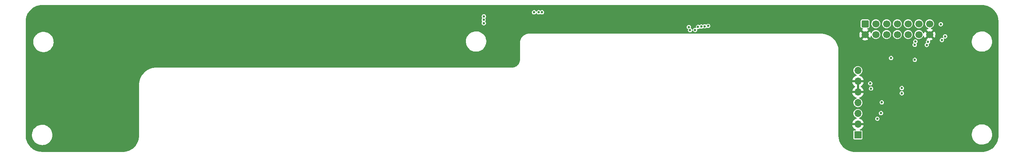
<source format=gbr>
%TF.GenerationSoftware,KiCad,Pcbnew,(6.0.0)*%
%TF.CreationDate,2022-02-18T09:15:22+03:00*%
%TF.ProjectId,Steel_form_Dish_washer PART 2,53746565-6c5f-4666-9f72-6d5f44697368,rev?*%
%TF.SameCoordinates,Original*%
%TF.FileFunction,Copper,L2,Inr*%
%TF.FilePolarity,Positive*%
%FSLAX46Y46*%
G04 Gerber Fmt 4.6, Leading zero omitted, Abs format (unit mm)*
G04 Created by KiCad (PCBNEW (6.0.0)) date 2022-02-18 09:15:22*
%MOMM*%
%LPD*%
G01*
G04 APERTURE LIST*
G04 Aperture macros list*
%AMRoundRect*
0 Rectangle with rounded corners*
0 $1 Rounding radius*
0 $2 $3 $4 $5 $6 $7 $8 $9 X,Y pos of 4 corners*
0 Add a 4 corners polygon primitive as box body*
4,1,4,$2,$3,$4,$5,$6,$7,$8,$9,$2,$3,0*
0 Add four circle primitives for the rounded corners*
1,1,$1+$1,$2,$3*
1,1,$1+$1,$4,$5*
1,1,$1+$1,$6,$7*
1,1,$1+$1,$8,$9*
0 Add four rect primitives between the rounded corners*
20,1,$1+$1,$2,$3,$4,$5,0*
20,1,$1+$1,$4,$5,$6,$7,0*
20,1,$1+$1,$6,$7,$8,$9,0*
20,1,$1+$1,$8,$9,$2,$3,0*%
G04 Aperture macros list end*
%TA.AperFunction,ComponentPad*%
%ADD10R,1.700000X1.700000*%
%TD*%
%TA.AperFunction,ComponentPad*%
%ADD11O,1.700000X1.700000*%
%TD*%
%TA.AperFunction,ComponentPad*%
%ADD12RoundRect,0.250000X-0.600000X0.600000X-0.600000X-0.600000X0.600000X-0.600000X0.600000X0.600000X0*%
%TD*%
%TA.AperFunction,ComponentPad*%
%ADD13C,1.700000*%
%TD*%
%TA.AperFunction,ViaPad*%
%ADD14C,0.600000*%
%TD*%
G04 APERTURE END LIST*
D10*
%TO.N,+3V3*%
%TO.C,J19*%
X276600000Y-250250000D03*
D11*
%TO.N,GND*%
X276600000Y-247710000D03*
%TO.N,/PCB 2/SDA*%
X276600000Y-245170000D03*
%TO.N,/PCB 2/SCL*%
X276600000Y-242630000D03*
%TO.N,GND*%
X276600000Y-240090000D03*
X276600000Y-237550000D03*
%TO.N,/PCB 2/SCREEN_RST*%
X276600000Y-235010000D03*
%TD*%
D12*
%TO.N,+5V*%
%TO.C,J18*%
X278300000Y-223950000D03*
D13*
%TO.N,GND*%
X278300000Y-226490000D03*
%TO.N,/PCB 2/mcu_~{IRQ}*%
X280840000Y-223950000D03*
%TO.N,+3V3*%
X280840000Y-226490000D03*
%TO.N,/PCB 2/mcu_SDA*%
X283380000Y-223950000D03*
%TO.N,/PCB 2/mcu_SCL*%
X283380000Y-226490000D03*
%TO.N,/PCB 2/RGB_ON{slash}OFF_BLU*%
X285920000Y-223950000D03*
%TO.N,/PCB 2/RGB_ON{slash}OFF_RED*%
X285920000Y-226490000D03*
%TO.N,/PCB 2/RGB_ON{slash}OFF_GRN*%
X288460000Y-223950000D03*
%TO.N,/PCB 2/START_BLU*%
X288460000Y-226490000D03*
%TO.N,/PCB 2/START_RED*%
X291000000Y-223950000D03*
%TO.N,/PCB 2/START_GRN*%
X291000000Y-226490000D03*
%TO.N,/PCB 2/mcu_SCREEN_RST*%
X293540000Y-223950000D03*
%TO.N,GND*%
X293540000Y-226490000D03*
%TD*%
D14*
%TO.N,GND*%
X132075000Y-232000000D03*
X192900000Y-229500000D03*
X169750000Y-221000000D03*
X302950000Y-244500000D03*
X193475000Y-224025000D03*
X292150000Y-234725000D03*
X267000000Y-224875000D03*
X192050000Y-225850000D03*
X291200000Y-250125000D03*
X302900000Y-234725000D03*
X191299500Y-221125000D03*
X102875000Y-250275000D03*
X280725000Y-240400000D03*
X103125000Y-232750000D03*
X95825000Y-241450000D03*
X284325000Y-240150000D03*
X94425000Y-242325000D03*
X92950000Y-241450000D03*
X189500000Y-224650000D03*
X82550000Y-239225000D03*
X169700000Y-232125000D03*
X194275000Y-232225000D03*
X291250000Y-244450000D03*
X251475000Y-224850000D03*
X83100000Y-221875000D03*
X122700000Y-221575000D03*
%TO.N,+3V3*%
X286975000Y-239175000D03*
X282250000Y-242550500D03*
X281175000Y-246425000D03*
X286975000Y-240400000D03*
X282050000Y-245100000D03*
X279700000Y-239275000D03*
%TO.N,/PCB 2/ON{slash}OFF*%
X238149011Y-225399714D03*
%TO.N,/PCB 2/MENU*%
X236950000Y-225450500D03*
%TO.N,/PCB 2/BACK*%
X236644042Y-224711857D03*
%TO.N,/PCB 2/LEFT*%
X238825000Y-224675000D03*
%TO.N,/PCB 2/SET*%
X239621736Y-224608551D03*
%TO.N,/PCB 2/RIGHT*%
X240418482Y-224542217D03*
%TO.N,/PCB 2/START*%
X241213119Y-224454152D03*
%TO.N,/PCB 2/SCREEN_RST*%
X279525000Y-238050000D03*
%TO.N,/PCB 2/RGB_ON{slash}OFF_RED*%
X296423539Y-227800000D03*
X290025000Y-228925000D03*
X292853811Y-228957149D03*
X201175497Y-221225500D03*
X188197447Y-223000972D03*
%TO.N,/PCB 2/RGB_ON{slash}OFF_BLU*%
X290165545Y-228137948D03*
X200100000Y-221225500D03*
X188225818Y-222201974D03*
X293175000Y-228225000D03*
X297200000Y-226925000D03*
%TO.N,/PCB 2/RGB_ON{slash}OFF_GRN*%
X296175000Y-224050000D03*
X188225000Y-223800000D03*
X201975000Y-221225500D03*
%TO.N,/PCB 2/START_GRN*%
X290050000Y-232475000D03*
%TO.N,/PCB 2/~{IRQ}*%
X284435238Y-232060238D03*
%TD*%
%TA.AperFunction,Conductor*%
%TO.N,GND*%
G36*
X305900000Y-219505146D02*
G01*
X305913824Y-219500654D01*
X305913864Y-219500666D01*
X305913865Y-219500641D01*
X306254029Y-219516368D01*
X306265618Y-219517442D01*
X306610859Y-219565601D01*
X306622299Y-219567740D01*
X306961625Y-219647548D01*
X306972801Y-219650728D01*
X307138064Y-219706119D01*
X307303318Y-219761507D01*
X307314170Y-219765711D01*
X307633055Y-219906512D01*
X307643473Y-219911700D01*
X307947990Y-220081315D01*
X307957885Y-220087441D01*
X308245469Y-220284441D01*
X308254757Y-220291455D01*
X308522938Y-220514149D01*
X308531538Y-220521990D01*
X308778010Y-220768462D01*
X308785851Y-220777062D01*
X309008545Y-221045243D01*
X309015559Y-221054531D01*
X309212559Y-221342115D01*
X309218685Y-221352010D01*
X309388300Y-221656527D01*
X309393488Y-221666945D01*
X309534289Y-221985830D01*
X309538493Y-221996682D01*
X309649269Y-222327190D01*
X309652452Y-222338375D01*
X309711873Y-222591019D01*
X309732260Y-222677701D01*
X309734399Y-222689141D01*
X309756961Y-222850885D01*
X309777898Y-223000972D01*
X309782558Y-223034382D01*
X309783632Y-223045971D01*
X309799359Y-223386135D01*
X309794854Y-223400000D01*
X309800000Y-223415838D01*
X309800000Y-250384162D01*
X309794854Y-250400000D01*
X309799346Y-250413824D01*
X309799334Y-250413864D01*
X309799359Y-250413865D01*
X309788057Y-250658330D01*
X309783632Y-250754029D01*
X309782558Y-250765618D01*
X309734399Y-251110859D01*
X309732260Y-251122299D01*
X309664496Y-251410418D01*
X309652454Y-251461616D01*
X309649272Y-251472801D01*
X309636664Y-251510418D01*
X309538493Y-251803318D01*
X309534289Y-251814170D01*
X309393488Y-252133055D01*
X309388300Y-252143473D01*
X309218685Y-252447990D01*
X309212559Y-252457885D01*
X309015559Y-252745469D01*
X309008545Y-252754757D01*
X308785851Y-253022938D01*
X308778010Y-253031538D01*
X308531538Y-253278010D01*
X308522938Y-253285851D01*
X308254757Y-253508545D01*
X308245469Y-253515559D01*
X307957885Y-253712559D01*
X307947990Y-253718685D01*
X307643473Y-253888300D01*
X307633055Y-253893488D01*
X307314170Y-254034289D01*
X307303318Y-254038493D01*
X307197115Y-254074089D01*
X306972801Y-254149272D01*
X306961625Y-254152452D01*
X306643732Y-254227219D01*
X306622299Y-254232260D01*
X306610859Y-254234399D01*
X306265618Y-254282558D01*
X306254029Y-254283632D01*
X305913865Y-254299359D01*
X305900000Y-254294854D01*
X305884162Y-254300000D01*
X275915838Y-254300000D01*
X275900000Y-254294854D01*
X275886176Y-254299346D01*
X275886136Y-254299334D01*
X275886135Y-254299359D01*
X275545971Y-254283632D01*
X275534382Y-254282558D01*
X275189141Y-254234399D01*
X275177701Y-254232260D01*
X275156268Y-254227219D01*
X274838375Y-254152452D01*
X274827199Y-254149272D01*
X274602885Y-254074089D01*
X274496682Y-254038493D01*
X274485830Y-254034289D01*
X274166945Y-253893488D01*
X274156527Y-253888300D01*
X273852010Y-253718685D01*
X273842115Y-253712559D01*
X273554531Y-253515559D01*
X273545243Y-253508545D01*
X273277062Y-253285851D01*
X273268462Y-253278010D01*
X273021990Y-253031538D01*
X273014149Y-253022938D01*
X272791455Y-252754757D01*
X272784441Y-252745469D01*
X272587441Y-252457885D01*
X272581315Y-252447990D01*
X272411700Y-252143473D01*
X272406512Y-252133055D01*
X272265711Y-251814170D01*
X272261507Y-251803318D01*
X272163336Y-251510418D01*
X272150728Y-251472801D01*
X272147546Y-251461616D01*
X272135505Y-251410418D01*
X272067740Y-251122299D01*
X272065601Y-251110859D01*
X272017442Y-250765618D01*
X272016368Y-250754029D01*
X272011984Y-250659207D01*
X272000641Y-250413865D01*
X272005146Y-250400000D01*
X272000000Y-250384162D01*
X272000000Y-247977966D01*
X275268257Y-247977966D01*
X275298565Y-248112446D01*
X275301645Y-248122275D01*
X275381770Y-248319603D01*
X275386413Y-248328794D01*
X275497694Y-248510388D01*
X275503777Y-248518699D01*
X275643213Y-248679667D01*
X275650580Y-248686883D01*
X275814434Y-248822916D01*
X275822881Y-248828831D01*
X276006756Y-248936279D01*
X276016043Y-248940729D01*
X276055484Y-248955790D01*
X276111987Y-248998778D01*
X276136280Y-249065489D01*
X276120650Y-249134743D01*
X276070059Y-249184554D01*
X276010535Y-249199500D01*
X275730252Y-249199500D01*
X275724184Y-249200707D01*
X275683939Y-249208712D01*
X275683938Y-249208712D01*
X275671769Y-249211133D01*
X275605448Y-249255448D01*
X275561133Y-249321769D01*
X275549500Y-249380252D01*
X275549500Y-251119748D01*
X275550707Y-251125816D01*
X275556349Y-251154178D01*
X275561133Y-251178231D01*
X275605448Y-251244552D01*
X275671769Y-251288867D01*
X275683938Y-251291288D01*
X275683939Y-251291288D01*
X275724184Y-251299293D01*
X275730252Y-251300500D01*
X277469748Y-251300500D01*
X277475816Y-251299293D01*
X277516061Y-251291288D01*
X277516062Y-251291288D01*
X277528231Y-251288867D01*
X277594552Y-251244552D01*
X277638867Y-251178231D01*
X277643652Y-251154178D01*
X277649293Y-251125816D01*
X277650500Y-251119748D01*
X277650500Y-250049271D01*
X303496668Y-250049271D01*
X303496755Y-250053273D01*
X303496755Y-250053280D01*
X303503261Y-250351448D01*
X303503349Y-250355465D01*
X303548883Y-250658330D01*
X303549979Y-250662190D01*
X303549980Y-250662195D01*
X303577705Y-250759847D01*
X303632531Y-250952953D01*
X303752937Y-251234560D01*
X303908149Y-251498585D01*
X304095651Y-251740747D01*
X304312404Y-251957122D01*
X304315585Y-251959576D01*
X304315586Y-251959577D01*
X304551701Y-252141739D01*
X304551705Y-252141742D01*
X304554894Y-252144202D01*
X304558373Y-252146239D01*
X304735179Y-252249763D01*
X304819189Y-252298953D01*
X304822874Y-252300521D01*
X304822878Y-252300523D01*
X304942666Y-252351493D01*
X305101006Y-252418867D01*
X305395775Y-252502001D01*
X305599391Y-252532250D01*
X305695419Y-252546516D01*
X305695421Y-252546516D01*
X305698718Y-252547006D01*
X305702049Y-252547146D01*
X305702053Y-252547146D01*
X305738737Y-252548683D01*
X305782084Y-252550500D01*
X305977474Y-252550500D01*
X306100915Y-252542626D01*
X306201639Y-252536201D01*
X306201644Y-252536200D01*
X306205647Y-252535945D01*
X306209584Y-252535183D01*
X306209586Y-252535183D01*
X306502401Y-252478530D01*
X306502405Y-252478529D01*
X306506338Y-252477768D01*
X306797200Y-252381856D01*
X307073518Y-252249763D01*
X307240818Y-252141739D01*
X307327439Y-252085809D01*
X307327440Y-252085808D01*
X307330812Y-252083631D01*
X307359327Y-252059577D01*
X307561849Y-251888734D01*
X307564910Y-251886152D01*
X307772019Y-251660529D01*
X307948780Y-251410418D01*
X308092328Y-251139874D01*
X308113976Y-251082432D01*
X308198919Y-250857044D01*
X308198921Y-250857038D01*
X308200336Y-250853283D01*
X308221952Y-250762195D01*
X308270124Y-250559207D01*
X308270125Y-250559202D01*
X308271053Y-250555291D01*
X308303332Y-250250729D01*
X308301119Y-250149271D01*
X308296739Y-249948552D01*
X308296739Y-249948547D01*
X308296651Y-249944535D01*
X308251117Y-249641670D01*
X308224159Y-249546717D01*
X308196878Y-249450632D01*
X308167469Y-249347047D01*
X308161865Y-249333939D01*
X308112304Y-249218026D01*
X308047063Y-249065440D01*
X307891851Y-248801415D01*
X307704349Y-248559253D01*
X307487596Y-248342878D01*
X307469341Y-248328794D01*
X307248299Y-248158261D01*
X307248295Y-248158258D01*
X307245106Y-248155798D01*
X307068538Y-248052413D01*
X306984275Y-248003075D01*
X306984272Y-248003073D01*
X306980811Y-248001047D01*
X306977126Y-247999479D01*
X306977122Y-247999477D01*
X306790051Y-247919878D01*
X306698994Y-247881133D01*
X306404225Y-247797999D01*
X306174014Y-247763799D01*
X306104581Y-247753484D01*
X306104579Y-247753484D01*
X306101282Y-247752994D01*
X306097951Y-247752854D01*
X306097947Y-247752854D01*
X306061263Y-247751317D01*
X306017916Y-247749500D01*
X305822526Y-247749500D01*
X305699085Y-247757374D01*
X305598361Y-247763799D01*
X305598356Y-247763800D01*
X305594353Y-247764055D01*
X305590416Y-247764817D01*
X305590414Y-247764817D01*
X305297599Y-247821470D01*
X305297595Y-247821471D01*
X305293662Y-247822232D01*
X305002800Y-247918144D01*
X304726482Y-248050237D01*
X304469188Y-248216369D01*
X304466123Y-248218954D01*
X304466121Y-248218956D01*
X304419528Y-248258261D01*
X304235090Y-248413848D01*
X304146472Y-248510388D01*
X304067140Y-248596812D01*
X304027981Y-248639471D01*
X304025667Y-248642746D01*
X304025664Y-248642749D01*
X303959398Y-248736513D01*
X303851220Y-248889582D01*
X303707672Y-249160126D01*
X303706257Y-249163882D01*
X303706256Y-249163883D01*
X303624713Y-249380252D01*
X303599664Y-249446717D01*
X303598735Y-249450632D01*
X303554317Y-249637805D01*
X303528947Y-249744709D01*
X303496668Y-250049271D01*
X277650500Y-250049271D01*
X277650500Y-249380252D01*
X277638867Y-249321769D01*
X277594552Y-249255448D01*
X277528231Y-249211133D01*
X277516062Y-249208712D01*
X277516061Y-249208712D01*
X277475816Y-249200707D01*
X277469748Y-249199500D01*
X277190107Y-249199500D01*
X277121986Y-249179498D01*
X277075493Y-249125842D01*
X277065389Y-249055568D01*
X277094883Y-248990988D01*
X277134675Y-248960349D01*
X277293090Y-248882742D01*
X277301945Y-248877464D01*
X277475328Y-248753792D01*
X277483200Y-248747139D01*
X277634052Y-248596812D01*
X277640730Y-248588965D01*
X277765003Y-248416020D01*
X277770313Y-248407183D01*
X277864670Y-248216267D01*
X277868469Y-248206672D01*
X277930377Y-248002910D01*
X277932555Y-247992837D01*
X277933986Y-247981962D01*
X277931775Y-247967778D01*
X277918617Y-247964000D01*
X275283225Y-247964000D01*
X275269694Y-247967973D01*
X275268257Y-247977966D01*
X272000000Y-247977966D01*
X272000000Y-247444183D01*
X275264389Y-247444183D01*
X275265912Y-247452607D01*
X275278292Y-247456000D01*
X277918344Y-247456000D01*
X277931875Y-247452027D01*
X277933180Y-247442947D01*
X277891214Y-247275875D01*
X277887894Y-247266124D01*
X277802972Y-247070814D01*
X277798105Y-247061739D01*
X277682426Y-246882926D01*
X277676136Y-246874757D01*
X277532806Y-246717240D01*
X277525273Y-246710215D01*
X277358139Y-246578222D01*
X277349552Y-246572517D01*
X277163117Y-246469599D01*
X277153705Y-246465369D01*
X277022264Y-246418823D01*
X280669391Y-246418823D01*
X280670555Y-246427725D01*
X280670555Y-246427728D01*
X280676031Y-246469599D01*
X280687980Y-246560979D01*
X280745720Y-246692203D01*
X280751497Y-246699076D01*
X280751498Y-246699077D01*
X280764384Y-246714407D01*
X280837970Y-246801948D01*
X280957313Y-246881390D01*
X281094157Y-246924142D01*
X281103129Y-246924306D01*
X281103132Y-246924307D01*
X281168463Y-246925504D01*
X281237499Y-246926770D01*
X281246533Y-246924307D01*
X281367158Y-246891421D01*
X281367160Y-246891420D01*
X281375817Y-246889060D01*
X281497991Y-246814045D01*
X281594200Y-246707754D01*
X281656710Y-246578733D01*
X281680496Y-246437354D01*
X281680647Y-246425000D01*
X281660323Y-246283082D01*
X281600984Y-246152572D01*
X281524694Y-246064033D01*
X281513260Y-246050763D01*
X281513257Y-246050760D01*
X281507400Y-246043963D01*
X281387095Y-245965985D01*
X281249739Y-245924907D01*
X281240763Y-245924852D01*
X281240762Y-245924852D01*
X281180555Y-245924484D01*
X281106376Y-245924031D01*
X280968529Y-245963428D01*
X280847280Y-246039930D01*
X280752377Y-246147388D01*
X280691447Y-246277163D01*
X280689142Y-246291968D01*
X280672629Y-246398027D01*
X280669391Y-246418823D01*
X277022264Y-246418823D01*
X276962031Y-246397493D01*
X276904495Y-246355899D01*
X276878579Y-246289801D01*
X276892513Y-246220185D01*
X276941872Y-246169154D01*
X276970206Y-246157362D01*
X276975790Y-246155803D01*
X276975799Y-246155800D01*
X276981725Y-246154145D01*
X276987214Y-246151372D01*
X276987220Y-246151370D01*
X277160116Y-246064033D01*
X277165610Y-246061258D01*
X277327951Y-245934424D01*
X277334793Y-245926498D01*
X277458540Y-245783134D01*
X277458540Y-245783133D01*
X277462564Y-245778472D01*
X277483387Y-245741818D01*
X277561276Y-245604707D01*
X277564323Y-245599344D01*
X277629351Y-245403863D01*
X277655171Y-245199474D01*
X277655583Y-245170000D01*
X277648114Y-245093823D01*
X281544391Y-245093823D01*
X281545555Y-245102725D01*
X281545555Y-245102728D01*
X281546814Y-245112354D01*
X281562980Y-245235979D01*
X281620720Y-245367203D01*
X281626497Y-245374076D01*
X281626498Y-245374077D01*
X281633792Y-245382754D01*
X281712970Y-245476948D01*
X281832313Y-245556390D01*
X281969157Y-245599142D01*
X281978129Y-245599306D01*
X281978132Y-245599307D01*
X282043463Y-245600504D01*
X282112499Y-245601770D01*
X282121163Y-245599408D01*
X282242158Y-245566421D01*
X282242160Y-245566420D01*
X282250817Y-245564060D01*
X282372991Y-245489045D01*
X282469200Y-245382754D01*
X282531710Y-245253733D01*
X282555496Y-245112354D01*
X282555647Y-245100000D01*
X282535323Y-244958082D01*
X282475984Y-244827572D01*
X282424437Y-244767749D01*
X282388260Y-244725763D01*
X282388257Y-244725760D01*
X282382400Y-244718963D01*
X282262095Y-244640985D01*
X282124739Y-244599907D01*
X282115763Y-244599852D01*
X282115762Y-244599852D01*
X282055555Y-244599484D01*
X281981376Y-244599031D01*
X281843529Y-244638428D01*
X281722280Y-244714930D01*
X281627377Y-244822388D01*
X281566447Y-244952163D01*
X281544391Y-245093823D01*
X277648114Y-245093823D01*
X277635480Y-244964970D01*
X277575935Y-244767749D01*
X277479218Y-244585849D01*
X277405859Y-244495902D01*
X277352906Y-244430975D01*
X277352903Y-244430972D01*
X277349011Y-244426200D01*
X277331786Y-244411950D01*
X277195025Y-244298811D01*
X277195021Y-244298809D01*
X277190275Y-244294882D01*
X277009055Y-244196897D01*
X276812254Y-244135977D01*
X276806129Y-244135333D01*
X276806128Y-244135333D01*
X276613498Y-244115087D01*
X276613496Y-244115087D01*
X276607369Y-244114443D01*
X276520529Y-244122346D01*
X276408342Y-244132555D01*
X276408339Y-244132556D01*
X276402203Y-244133114D01*
X276204572Y-244191280D01*
X276022002Y-244286726D01*
X276017201Y-244290586D01*
X276017198Y-244290588D01*
X276006971Y-244298811D01*
X275861447Y-244415815D01*
X275729024Y-244573630D01*
X275726056Y-244579028D01*
X275726053Y-244579033D01*
X275645388Y-244725763D01*
X275629776Y-244754162D01*
X275567484Y-244950532D01*
X275566798Y-244956649D01*
X275566797Y-244956653D01*
X275549878Y-245107493D01*
X275544520Y-245155262D01*
X275545036Y-245161406D01*
X275553468Y-245261814D01*
X275561759Y-245360553D01*
X275618544Y-245558586D01*
X275621359Y-245564063D01*
X275621360Y-245564066D01*
X275640737Y-245601770D01*
X275712712Y-245741818D01*
X275840677Y-245903270D01*
X275845370Y-245907264D01*
X275845371Y-245907265D01*
X275916990Y-245968217D01*
X275997564Y-246036791D01*
X276002942Y-246039797D01*
X276002944Y-246039798D01*
X276022564Y-246050763D01*
X276177398Y-246137297D01*
X276242437Y-246158429D01*
X276301042Y-246198502D01*
X276328680Y-246263898D01*
X276316574Y-246333855D01*
X276268568Y-246386162D01*
X276242646Y-246398027D01*
X276076868Y-246452212D01*
X276067359Y-246456209D01*
X275878463Y-246554542D01*
X275869738Y-246560036D01*
X275699433Y-246687905D01*
X275691726Y-246694748D01*
X275544590Y-246848717D01*
X275538104Y-246856727D01*
X275418098Y-247032649D01*
X275413000Y-247041623D01*
X275323338Y-247234783D01*
X275319775Y-247244470D01*
X275264389Y-247444183D01*
X272000000Y-247444183D01*
X272000000Y-240357966D01*
X275268257Y-240357966D01*
X275298565Y-240492446D01*
X275301645Y-240502275D01*
X275381770Y-240699603D01*
X275386413Y-240708794D01*
X275497694Y-240890388D01*
X275503777Y-240898699D01*
X275643213Y-241059667D01*
X275650580Y-241066883D01*
X275814434Y-241202916D01*
X275822881Y-241208831D01*
X276006756Y-241316279D01*
X276016042Y-241320729D01*
X276215001Y-241396703D01*
X276229866Y-241401022D01*
X276229289Y-241403008D01*
X276284260Y-241432082D01*
X276319110Y-241493936D01*
X276314988Y-241564813D01*
X276273201Y-241622209D01*
X276231930Y-241643228D01*
X276210489Y-241649538D01*
X276210484Y-241649540D01*
X276204572Y-241651280D01*
X276022002Y-241746726D01*
X276017201Y-241750586D01*
X276017198Y-241750588D01*
X276006971Y-241758811D01*
X275861447Y-241875815D01*
X275729024Y-242033630D01*
X275726056Y-242039028D01*
X275726053Y-242039033D01*
X275654349Y-242169463D01*
X275629776Y-242214162D01*
X275567484Y-242410532D01*
X275566798Y-242416649D01*
X275566797Y-242416653D01*
X275553472Y-242535450D01*
X275544520Y-242615262D01*
X275561759Y-242820553D01*
X275563458Y-242826478D01*
X275592411Y-242927448D01*
X275618544Y-243018586D01*
X275621359Y-243024063D01*
X275621360Y-243024066D01*
X275642247Y-243064707D01*
X275712712Y-243201818D01*
X275840677Y-243363270D01*
X275997564Y-243496791D01*
X276177398Y-243597297D01*
X276272238Y-243628112D01*
X276367471Y-243659056D01*
X276367475Y-243659057D01*
X276373329Y-243660959D01*
X276577894Y-243685351D01*
X276584029Y-243684879D01*
X276584031Y-243684879D01*
X276640039Y-243680569D01*
X276783300Y-243669546D01*
X276789230Y-243667890D01*
X276789232Y-243667890D01*
X276975797Y-243615800D01*
X276975796Y-243615800D01*
X276981725Y-243614145D01*
X276987214Y-243611372D01*
X276987220Y-243611370D01*
X277160116Y-243524033D01*
X277165610Y-243521258D01*
X277327951Y-243394424D01*
X277462564Y-243238472D01*
X277483387Y-243201818D01*
X277561276Y-243064707D01*
X277564323Y-243059344D01*
X277629351Y-242863863D01*
X277655171Y-242659474D01*
X277655583Y-242630000D01*
X277647182Y-242544323D01*
X281744391Y-242544323D01*
X281745555Y-242553225D01*
X281745555Y-242553228D01*
X281746814Y-242562854D01*
X281762980Y-242686479D01*
X281820720Y-242817703D01*
X281826497Y-242824576D01*
X281826498Y-242824577D01*
X281907190Y-242920572D01*
X281912970Y-242927448D01*
X282032313Y-243006890D01*
X282169157Y-243049642D01*
X282178129Y-243049806D01*
X282178132Y-243049807D01*
X282243463Y-243051004D01*
X282312499Y-243052270D01*
X282321533Y-243049807D01*
X282442158Y-243016921D01*
X282442160Y-243016920D01*
X282450817Y-243014560D01*
X282572991Y-242939545D01*
X282669200Y-242833254D01*
X282731710Y-242704233D01*
X282755496Y-242562854D01*
X282755647Y-242550500D01*
X282747473Y-242493424D01*
X282736596Y-242417468D01*
X282736595Y-242417465D01*
X282735323Y-242408582D01*
X282675984Y-242278072D01*
X282657598Y-242256734D01*
X282588260Y-242176263D01*
X282588257Y-242176260D01*
X282582400Y-242169463D01*
X282462095Y-242091485D01*
X282324739Y-242050407D01*
X282315763Y-242050352D01*
X282315762Y-242050352D01*
X282255555Y-242049984D01*
X282181376Y-242049531D01*
X282043529Y-242088928D01*
X281922280Y-242165430D01*
X281827377Y-242272888D01*
X281766447Y-242402663D01*
X281744391Y-242544323D01*
X277647182Y-242544323D01*
X277635480Y-242424970D01*
X277575935Y-242227749D01*
X277479218Y-242045849D01*
X277405859Y-241955902D01*
X277352906Y-241890975D01*
X277352903Y-241890972D01*
X277349011Y-241886200D01*
X277331786Y-241871950D01*
X277195025Y-241758811D01*
X277195021Y-241758809D01*
X277190275Y-241754882D01*
X277009055Y-241656897D01*
X276958183Y-241641150D01*
X276899025Y-241601899D01*
X276870477Y-241536895D01*
X276881605Y-241466776D01*
X276928876Y-241413804D01*
X276959235Y-241400099D01*
X277092255Y-241360191D01*
X277101842Y-241356433D01*
X277293095Y-241262739D01*
X277301945Y-241257464D01*
X277475328Y-241133792D01*
X277483200Y-241127139D01*
X277634052Y-240976812D01*
X277640730Y-240968965D01*
X277765003Y-240796020D01*
X277770313Y-240787183D01*
X277864670Y-240596267D01*
X277868469Y-240586672D01*
X277927061Y-240393823D01*
X286469391Y-240393823D01*
X286470555Y-240402725D01*
X286470555Y-240402728D01*
X286471814Y-240412354D01*
X286487980Y-240535979D01*
X286545720Y-240667203D01*
X286551497Y-240674076D01*
X286551498Y-240674077D01*
X286558792Y-240682754D01*
X286637970Y-240776948D01*
X286757313Y-240856390D01*
X286894157Y-240899142D01*
X286903129Y-240899306D01*
X286903132Y-240899307D01*
X286968463Y-240900504D01*
X287037499Y-240901770D01*
X287046533Y-240899307D01*
X287167158Y-240866421D01*
X287167160Y-240866420D01*
X287175817Y-240864060D01*
X287297991Y-240789045D01*
X287394200Y-240682754D01*
X287429089Y-240610743D01*
X287452795Y-240561814D01*
X287452795Y-240561813D01*
X287456710Y-240553733D01*
X287480496Y-240412354D01*
X287480647Y-240400000D01*
X287460323Y-240258082D01*
X287400984Y-240127572D01*
X287382598Y-240106234D01*
X287313260Y-240025763D01*
X287313257Y-240025760D01*
X287307400Y-240018963D01*
X287187095Y-239940985D01*
X287080783Y-239909191D01*
X287075975Y-239907753D01*
X287016441Y-239869071D01*
X286987271Y-239804344D01*
X286997726Y-239734121D01*
X287044487Y-239680699D01*
X287078934Y-239665474D01*
X287149907Y-239646124D01*
X287167158Y-239641421D01*
X287167160Y-239641420D01*
X287175817Y-239639060D01*
X287297991Y-239564045D01*
X287394200Y-239457754D01*
X287456710Y-239328733D01*
X287480496Y-239187354D01*
X287480647Y-239175000D01*
X287460323Y-239033082D01*
X287450168Y-239010746D01*
X287426286Y-238958222D01*
X287400984Y-238902572D01*
X287328299Y-238818217D01*
X287313260Y-238800763D01*
X287313257Y-238800760D01*
X287307400Y-238793963D01*
X287187095Y-238715985D01*
X287049739Y-238674907D01*
X287040763Y-238674852D01*
X287040762Y-238674852D01*
X286980555Y-238674484D01*
X286906376Y-238674031D01*
X286768529Y-238713428D01*
X286647280Y-238789930D01*
X286641338Y-238796658D01*
X286641337Y-238796659D01*
X286626527Y-238813428D01*
X286552377Y-238897388D01*
X286491447Y-239027163D01*
X286490066Y-239036035D01*
X286474956Y-239133082D01*
X286469391Y-239168823D01*
X286470555Y-239177725D01*
X286470555Y-239177728D01*
X286471814Y-239187354D01*
X286487980Y-239310979D01*
X286491597Y-239319199D01*
X286536665Y-239421623D01*
X286545720Y-239442203D01*
X286551497Y-239449076D01*
X286551498Y-239449077D01*
X286552958Y-239450814D01*
X286637970Y-239551948D01*
X286757313Y-239631390D01*
X286840539Y-239657391D01*
X286873777Y-239667775D01*
X286932833Y-239707180D01*
X286961211Y-239772259D01*
X286949899Y-239842349D01*
X286902490Y-239895197D01*
X286870827Y-239909191D01*
X286777159Y-239935961D01*
X286777156Y-239935962D01*
X286768529Y-239938428D01*
X286647280Y-240014930D01*
X286552377Y-240122388D01*
X286491447Y-240252163D01*
X286490066Y-240261035D01*
X286474352Y-240361962D01*
X286469391Y-240393823D01*
X277927061Y-240393823D01*
X277930377Y-240382910D01*
X277932555Y-240372837D01*
X277933986Y-240361962D01*
X277931775Y-240347778D01*
X277918617Y-240344000D01*
X275283225Y-240344000D01*
X275269694Y-240347973D01*
X275268257Y-240357966D01*
X272000000Y-240357966D01*
X272000000Y-239824183D01*
X275264389Y-239824183D01*
X275265912Y-239832607D01*
X275278292Y-239836000D01*
X276327885Y-239836000D01*
X276343124Y-239831525D01*
X276344329Y-239830135D01*
X276346000Y-239822452D01*
X276346000Y-239817885D01*
X276854000Y-239817885D01*
X276858475Y-239833124D01*
X276859865Y-239834329D01*
X276867548Y-239836000D01*
X277918344Y-239836000D01*
X277931875Y-239832027D01*
X277933180Y-239822947D01*
X277891214Y-239655875D01*
X277887894Y-239646124D01*
X277802972Y-239450814D01*
X277798105Y-239441739D01*
X277686241Y-239268823D01*
X279194391Y-239268823D01*
X279195555Y-239277725D01*
X279195555Y-239277728D01*
X279202225Y-239328733D01*
X279212980Y-239410979D01*
X279270720Y-239542203D01*
X279276497Y-239549076D01*
X279276498Y-239549077D01*
X279354121Y-239641421D01*
X279362970Y-239651948D01*
X279482313Y-239731390D01*
X279490888Y-239734069D01*
X279491832Y-239734364D01*
X279619157Y-239774142D01*
X279628129Y-239774306D01*
X279628132Y-239774307D01*
X279693463Y-239775504D01*
X279762499Y-239776770D01*
X279771533Y-239774307D01*
X279892158Y-239741421D01*
X279892160Y-239741420D01*
X279900817Y-239739060D01*
X280022991Y-239664045D01*
X280057054Y-239626413D01*
X280113178Y-239564407D01*
X280119200Y-239557754D01*
X280164426Y-239464407D01*
X280177795Y-239436814D01*
X280177795Y-239436813D01*
X280181710Y-239428733D01*
X280205496Y-239287354D01*
X280205647Y-239275000D01*
X280191326Y-239175000D01*
X280186596Y-239141968D01*
X280186595Y-239141965D01*
X280185323Y-239133082D01*
X280125984Y-239002572D01*
X280107598Y-238981234D01*
X280038260Y-238900763D01*
X280038257Y-238900760D01*
X280032400Y-238893963D01*
X279912095Y-238815985D01*
X279774739Y-238774907D01*
X279765763Y-238774852D01*
X279765762Y-238774852D01*
X279738831Y-238774688D01*
X279710887Y-238774517D01*
X279642891Y-238754099D01*
X279622538Y-238730318D01*
X279607987Y-238760693D01*
X279548916Y-238797598D01*
X279521654Y-238805390D01*
X279493529Y-238813428D01*
X279372280Y-238889930D01*
X279277377Y-238997388D01*
X279216447Y-239127163D01*
X279194391Y-239268823D01*
X277686241Y-239268823D01*
X277682426Y-239262926D01*
X277676136Y-239254757D01*
X277532806Y-239097240D01*
X277525273Y-239090215D01*
X277358139Y-238958222D01*
X277349552Y-238952517D01*
X277312116Y-238931851D01*
X277262146Y-238881419D01*
X277247374Y-238811976D01*
X277272490Y-238745571D01*
X277299842Y-238718964D01*
X277475327Y-238593792D01*
X277483200Y-238587139D01*
X277634052Y-238436812D01*
X277640730Y-238428965D01*
X277765003Y-238256020D01*
X277770313Y-238247183D01*
X277864670Y-238056267D01*
X277868469Y-238046672D01*
X277869335Y-238043823D01*
X279019391Y-238043823D01*
X279020555Y-238052725D01*
X279020555Y-238052728D01*
X279021814Y-238062354D01*
X279037980Y-238185979D01*
X279095720Y-238317203D01*
X279101497Y-238324076D01*
X279101498Y-238324077D01*
X279165318Y-238400000D01*
X279187970Y-238426948D01*
X279307313Y-238506390D01*
X279444157Y-238549142D01*
X279453129Y-238549306D01*
X279453132Y-238549307D01*
X279500559Y-238550176D01*
X279516601Y-238550470D01*
X279584343Y-238571717D01*
X279603417Y-238594563D01*
X279616939Y-238565426D01*
X279678515Y-238526956D01*
X279678783Y-238526883D01*
X279725817Y-238514060D01*
X279847991Y-238439045D01*
X279883333Y-238400000D01*
X279938178Y-238339407D01*
X279944200Y-238332754D01*
X280006710Y-238203733D01*
X280030496Y-238062354D01*
X280030647Y-238050000D01*
X280018084Y-237962275D01*
X280011596Y-237916968D01*
X280011595Y-237916965D01*
X280010323Y-237908082D01*
X279950984Y-237777572D01*
X279932598Y-237756234D01*
X279863260Y-237675763D01*
X279863257Y-237675760D01*
X279857400Y-237668963D01*
X279737095Y-237590985D01*
X279599739Y-237549907D01*
X279590763Y-237549852D01*
X279590762Y-237549852D01*
X279530555Y-237549484D01*
X279456376Y-237549031D01*
X279318529Y-237588428D01*
X279197280Y-237664930D01*
X279102377Y-237772388D01*
X279041447Y-237902163D01*
X279040066Y-237911035D01*
X279023345Y-238018429D01*
X279019391Y-238043823D01*
X277869335Y-238043823D01*
X277930377Y-237842910D01*
X277932555Y-237832837D01*
X277933986Y-237821962D01*
X277931775Y-237807778D01*
X277918617Y-237804000D01*
X276872115Y-237804000D01*
X276856876Y-237808475D01*
X276855671Y-237809865D01*
X276854000Y-237817548D01*
X276854000Y-239817885D01*
X276346000Y-239817885D01*
X276346000Y-237822115D01*
X276341525Y-237806876D01*
X276340135Y-237805671D01*
X276332452Y-237804000D01*
X275283225Y-237804000D01*
X275269694Y-237807973D01*
X275268257Y-237817966D01*
X275298565Y-237952446D01*
X275301645Y-237962275D01*
X275381770Y-238159603D01*
X275386413Y-238168794D01*
X275497694Y-238350388D01*
X275503777Y-238358699D01*
X275643213Y-238519667D01*
X275650580Y-238526883D01*
X275814434Y-238662916D01*
X275822881Y-238668831D01*
X275892479Y-238709501D01*
X275941203Y-238761140D01*
X275954274Y-238830923D01*
X275927543Y-238896694D01*
X275887087Y-238930053D01*
X275878462Y-238934542D01*
X275869738Y-238940036D01*
X275699433Y-239067905D01*
X275691726Y-239074748D01*
X275544590Y-239228717D01*
X275538104Y-239236727D01*
X275418098Y-239412649D01*
X275413000Y-239421623D01*
X275323338Y-239614783D01*
X275319775Y-239624470D01*
X275264389Y-239824183D01*
X272000000Y-239824183D01*
X272000000Y-237284183D01*
X275264389Y-237284183D01*
X275265912Y-237292607D01*
X275278292Y-237296000D01*
X277918344Y-237296000D01*
X277931875Y-237292027D01*
X277933180Y-237282947D01*
X277891214Y-237115875D01*
X277887894Y-237106124D01*
X277802972Y-236910814D01*
X277798105Y-236901739D01*
X277682426Y-236722926D01*
X277676136Y-236714757D01*
X277532806Y-236557240D01*
X277525273Y-236550215D01*
X277358139Y-236418222D01*
X277349552Y-236412517D01*
X277163117Y-236309599D01*
X277153705Y-236305369D01*
X276962031Y-236237493D01*
X276904495Y-236195899D01*
X276878579Y-236129801D01*
X276892513Y-236060185D01*
X276941872Y-236009154D01*
X276970206Y-235997362D01*
X276975790Y-235995803D01*
X276975799Y-235995800D01*
X276981725Y-235994145D01*
X276987214Y-235991372D01*
X276987220Y-235991370D01*
X277160116Y-235904033D01*
X277165610Y-235901258D01*
X277327951Y-235774424D01*
X277462564Y-235618472D01*
X277483387Y-235581818D01*
X277561276Y-235444707D01*
X277564323Y-235439344D01*
X277629351Y-235243863D01*
X277655171Y-235039474D01*
X277655583Y-235010000D01*
X277635480Y-234804970D01*
X277575935Y-234607749D01*
X277479218Y-234425849D01*
X277387613Y-234313530D01*
X277352906Y-234270975D01*
X277352903Y-234270972D01*
X277349011Y-234266200D01*
X277331786Y-234251950D01*
X277195025Y-234138811D01*
X277195021Y-234138809D01*
X277190275Y-234134882D01*
X277009055Y-234036897D01*
X276812254Y-233975977D01*
X276806129Y-233975333D01*
X276806128Y-233975333D01*
X276613498Y-233955087D01*
X276613496Y-233955087D01*
X276607369Y-233954443D01*
X276520529Y-233962346D01*
X276408342Y-233972555D01*
X276408339Y-233972556D01*
X276402203Y-233973114D01*
X276204572Y-234031280D01*
X276022002Y-234126726D01*
X276017201Y-234130586D01*
X276017198Y-234130588D01*
X275885010Y-234236870D01*
X275861447Y-234255815D01*
X275729024Y-234413630D01*
X275726056Y-234419028D01*
X275726053Y-234419033D01*
X275645035Y-234566405D01*
X275629776Y-234594162D01*
X275567484Y-234790532D01*
X275566798Y-234796649D01*
X275566797Y-234796653D01*
X275554211Y-234908863D01*
X275544520Y-234995262D01*
X275561759Y-235200553D01*
X275618544Y-235398586D01*
X275621359Y-235404063D01*
X275621360Y-235404066D01*
X275642247Y-235444707D01*
X275712712Y-235581818D01*
X275840677Y-235743270D01*
X275997564Y-235876791D01*
X276177398Y-235977297D01*
X276242437Y-235998429D01*
X276301042Y-236038502D01*
X276328680Y-236103898D01*
X276316574Y-236173855D01*
X276268568Y-236226162D01*
X276242646Y-236238027D01*
X276076868Y-236292212D01*
X276067359Y-236296209D01*
X275878463Y-236394542D01*
X275869738Y-236400036D01*
X275699433Y-236527905D01*
X275691726Y-236534748D01*
X275544590Y-236688717D01*
X275538104Y-236696727D01*
X275418098Y-236872649D01*
X275413000Y-236881623D01*
X275323338Y-237074783D01*
X275319775Y-237084470D01*
X275264389Y-237284183D01*
X272000000Y-237284183D01*
X272000000Y-232054061D01*
X283929629Y-232054061D01*
X283930793Y-232062963D01*
X283930793Y-232062966D01*
X283932052Y-232072592D01*
X283948218Y-232196217D01*
X284005958Y-232327441D01*
X284011735Y-232334314D01*
X284011736Y-232334315D01*
X284013182Y-232336035D01*
X284098208Y-232437186D01*
X284217551Y-232516628D01*
X284354395Y-232559380D01*
X284363367Y-232559544D01*
X284363370Y-232559545D01*
X284428701Y-232560742D01*
X284497737Y-232562008D01*
X284506771Y-232559545D01*
X284627396Y-232526659D01*
X284627398Y-232526658D01*
X284636055Y-232524298D01*
X284726405Y-232468823D01*
X289544391Y-232468823D01*
X289545555Y-232477725D01*
X289545555Y-232477728D01*
X289551031Y-232519602D01*
X289562980Y-232610979D01*
X289620720Y-232742203D01*
X289626497Y-232749076D01*
X289626498Y-232749077D01*
X289633792Y-232757754D01*
X289712970Y-232851948D01*
X289832313Y-232931390D01*
X289969157Y-232974142D01*
X289978129Y-232974306D01*
X289978132Y-232974307D01*
X290043463Y-232975504D01*
X290112499Y-232976770D01*
X290121533Y-232974307D01*
X290242158Y-232941421D01*
X290242160Y-232941420D01*
X290250817Y-232939060D01*
X290372991Y-232864045D01*
X290469200Y-232757754D01*
X290522375Y-232648000D01*
X290527795Y-232636814D01*
X290527795Y-232636813D01*
X290531710Y-232628733D01*
X290555496Y-232487354D01*
X290555647Y-232475000D01*
X290537695Y-232349645D01*
X290536596Y-232341968D01*
X290536595Y-232341965D01*
X290535323Y-232333082D01*
X290475984Y-232202572D01*
X290457598Y-232181234D01*
X290388260Y-232100763D01*
X290388257Y-232100760D01*
X290382400Y-232093963D01*
X290262095Y-232015985D01*
X290124739Y-231974907D01*
X290115763Y-231974852D01*
X290115762Y-231974852D01*
X290055555Y-231974484D01*
X289981376Y-231974031D01*
X289843529Y-232013428D01*
X289722280Y-232089930D01*
X289627377Y-232197388D01*
X289566447Y-232327163D01*
X289562947Y-232349645D01*
X289548542Y-232442163D01*
X289544391Y-232468823D01*
X284726405Y-232468823D01*
X284758229Y-232449283D01*
X284790909Y-232413179D01*
X284848416Y-232349645D01*
X284854438Y-232342992D01*
X284916948Y-232213971D01*
X284940734Y-232072592D01*
X284940885Y-232060238D01*
X284928547Y-231974086D01*
X284921834Y-231927206D01*
X284921833Y-231927203D01*
X284920561Y-231918320D01*
X284861222Y-231787810D01*
X284842836Y-231766472D01*
X284773498Y-231686001D01*
X284773495Y-231685998D01*
X284767638Y-231679201D01*
X284647333Y-231601223D01*
X284509977Y-231560145D01*
X284501001Y-231560090D01*
X284501000Y-231560090D01*
X284440793Y-231559722D01*
X284366614Y-231559269D01*
X284228767Y-231598666D01*
X284107518Y-231675168D01*
X284012615Y-231782626D01*
X283951685Y-231912401D01*
X283950304Y-231921273D01*
X283934797Y-232020871D01*
X283929629Y-232054061D01*
X272000000Y-232054061D01*
X272000000Y-230415838D01*
X272005146Y-230400000D01*
X272004252Y-230397248D01*
X271999780Y-230300523D01*
X271987004Y-230024187D01*
X271987003Y-230024180D01*
X271986870Y-230021296D01*
X271961241Y-229837563D01*
X271934897Y-229648710D01*
X271934896Y-229648707D01*
X271934494Y-229645822D01*
X271859560Y-229327221D01*
X271848365Y-229279622D01*
X271848363Y-229279616D01*
X271847697Y-229276783D01*
X271727720Y-228918823D01*
X289519391Y-228918823D01*
X289520555Y-228927725D01*
X289520555Y-228927728D01*
X289526018Y-228969503D01*
X289537980Y-229060979D01*
X289595720Y-229192203D01*
X289601497Y-229199076D01*
X289601498Y-229199077D01*
X289635816Y-229239903D01*
X289687970Y-229301948D01*
X289807313Y-229381390D01*
X289944157Y-229424142D01*
X289953129Y-229424306D01*
X289953132Y-229424307D01*
X290018463Y-229425504D01*
X290087499Y-229426770D01*
X290096533Y-229424307D01*
X290217158Y-229391421D01*
X290217160Y-229391420D01*
X290225817Y-229389060D01*
X290347991Y-229314045D01*
X290444200Y-229207754D01*
X290506710Y-229078733D01*
X290528205Y-228950972D01*
X292348202Y-228950972D01*
X292349366Y-228959874D01*
X292349366Y-228959877D01*
X292350625Y-228969503D01*
X292366791Y-229093128D01*
X292424531Y-229224352D01*
X292430308Y-229231225D01*
X292430309Y-229231226D01*
X292503873Y-229318741D01*
X292516781Y-229334097D01*
X292636124Y-229413539D01*
X292772968Y-229456291D01*
X292781940Y-229456455D01*
X292781943Y-229456456D01*
X292847274Y-229457653D01*
X292916310Y-229458919D01*
X292925344Y-229456456D01*
X293045969Y-229423570D01*
X293045971Y-229423569D01*
X293054628Y-229421209D01*
X293176802Y-229346194D01*
X293187333Y-229334560D01*
X293266989Y-229246556D01*
X293273011Y-229239903D01*
X293335521Y-229110882D01*
X293359307Y-228969503D01*
X293359458Y-228957149D01*
X293339134Y-228815231D01*
X293339334Y-228815202D01*
X293339406Y-228749433D01*
X293377856Y-228689749D01*
X293394335Y-228677690D01*
X293490340Y-228618744D01*
X293490346Y-228618739D01*
X293497991Y-228614045D01*
X293547628Y-228559207D01*
X293588178Y-228514407D01*
X293594200Y-228507754D01*
X293646406Y-228400000D01*
X293652795Y-228386814D01*
X293652795Y-228386813D01*
X293656710Y-228378733D01*
X293680496Y-228237354D01*
X293680647Y-228225000D01*
X293669802Y-228149271D01*
X293661596Y-228091968D01*
X293661595Y-228091965D01*
X293660323Y-228083082D01*
X293656502Y-228074677D01*
X293628169Y-228012363D01*
X293618183Y-227942073D01*
X293647783Y-227877541D01*
X293707573Y-227839257D01*
X293726860Y-227835233D01*
X293818184Y-227823534D01*
X293828262Y-227821392D01*
X293920154Y-227793823D01*
X295917930Y-227793823D01*
X295919094Y-227802725D01*
X295919094Y-227802728D01*
X295924584Y-227844709D01*
X295936519Y-227935979D01*
X295940136Y-227944199D01*
X295984614Y-228045282D01*
X295994259Y-228067203D01*
X296000036Y-228074076D01*
X296000037Y-228074077D01*
X296059891Y-228145282D01*
X296086509Y-228176948D01*
X296093986Y-228181925D01*
X296197348Y-228250729D01*
X296205852Y-228256390D01*
X296342696Y-228299142D01*
X296351668Y-228299306D01*
X296351671Y-228299307D01*
X296417002Y-228300504D01*
X296486038Y-228301770D01*
X296495072Y-228299307D01*
X296615697Y-228266421D01*
X296615699Y-228266420D01*
X296624356Y-228264060D01*
X296746530Y-228189045D01*
X296797140Y-228133132D01*
X296836717Y-228089407D01*
X296842739Y-228082754D01*
X296858961Y-228049271D01*
X303496668Y-228049271D01*
X303496755Y-228053273D01*
X303496755Y-228053280D01*
X303503261Y-228351448D01*
X303503349Y-228355465D01*
X303548883Y-228658330D01*
X303549979Y-228662190D01*
X303549980Y-228662195D01*
X303584302Y-228783082D01*
X303632531Y-228952953D01*
X303634111Y-228956649D01*
X303634112Y-228956651D01*
X303637529Y-228964642D01*
X303752937Y-229234560D01*
X303908149Y-229498585D01*
X304095651Y-229740747D01*
X304312404Y-229957122D01*
X304315585Y-229959576D01*
X304315586Y-229959577D01*
X304551701Y-230141739D01*
X304551705Y-230141742D01*
X304554894Y-230144202D01*
X304558373Y-230146239D01*
X304735179Y-230249763D01*
X304819189Y-230298953D01*
X304822874Y-230300521D01*
X304822878Y-230300523D01*
X304942666Y-230351493D01*
X305101006Y-230418867D01*
X305395775Y-230502001D01*
X305616337Y-230534768D01*
X305695419Y-230546516D01*
X305695421Y-230546516D01*
X305698718Y-230547006D01*
X305702049Y-230547146D01*
X305702053Y-230547146D01*
X305738737Y-230548683D01*
X305782084Y-230550500D01*
X305977474Y-230550500D01*
X306100915Y-230542626D01*
X306201639Y-230536201D01*
X306201644Y-230536200D01*
X306205647Y-230535945D01*
X306209584Y-230535183D01*
X306209586Y-230535183D01*
X306502401Y-230478530D01*
X306502405Y-230478529D01*
X306506338Y-230477768D01*
X306797200Y-230381856D01*
X307073518Y-230249763D01*
X307330812Y-230083631D01*
X307359327Y-230059577D01*
X307561849Y-229888734D01*
X307564910Y-229886152D01*
X307772019Y-229660529D01*
X307948780Y-229410418D01*
X308092328Y-229139874D01*
X308115370Y-229078733D01*
X308198919Y-228857044D01*
X308198921Y-228857038D01*
X308200336Y-228853283D01*
X308221952Y-228762195D01*
X308270124Y-228559207D01*
X308270125Y-228559202D01*
X308271053Y-228555291D01*
X308303332Y-228250729D01*
X308303084Y-228239323D01*
X308296739Y-227948552D01*
X308296739Y-227948547D01*
X308296651Y-227944535D01*
X308251117Y-227641670D01*
X308250019Y-227637800D01*
X308196699Y-227450000D01*
X308167469Y-227347047D01*
X308165832Y-227343217D01*
X308121451Y-227239420D01*
X308047063Y-227065440D01*
X307891851Y-226801415D01*
X307704349Y-226559253D01*
X307513292Y-226368529D01*
X307490437Y-226345714D01*
X307487596Y-226342878D01*
X307456589Y-226318956D01*
X307248299Y-226158261D01*
X307248295Y-226158258D01*
X307245106Y-226155798D01*
X307148917Y-226099477D01*
X306984275Y-226003075D01*
X306984272Y-226003073D01*
X306980811Y-226001047D01*
X306977126Y-225999479D01*
X306977122Y-225999477D01*
X306790051Y-225919878D01*
X306698994Y-225881133D01*
X306404225Y-225797999D01*
X306174014Y-225763799D01*
X306104581Y-225753484D01*
X306104579Y-225753484D01*
X306101282Y-225752994D01*
X306097951Y-225752854D01*
X306097947Y-225752854D01*
X306061263Y-225751317D01*
X306017916Y-225749500D01*
X305822526Y-225749500D01*
X305699085Y-225757374D01*
X305598361Y-225763799D01*
X305598356Y-225763800D01*
X305594353Y-225764055D01*
X305590416Y-225764817D01*
X305590414Y-225764817D01*
X305297599Y-225821470D01*
X305297595Y-225821471D01*
X305293662Y-225822232D01*
X305002800Y-225918144D01*
X304726482Y-226050237D01*
X304723112Y-226052413D01*
X304481380Y-226208497D01*
X304469188Y-226216369D01*
X304466123Y-226218954D01*
X304466121Y-226218956D01*
X304373672Y-226296944D01*
X304235090Y-226413848D01*
X304027981Y-226639471D01*
X304025667Y-226642746D01*
X304025664Y-226642749D01*
X304014000Y-226659253D01*
X303851220Y-226889582D01*
X303707672Y-227160126D01*
X303706257Y-227163882D01*
X303706256Y-227163883D01*
X303607244Y-227426605D01*
X303599664Y-227446717D01*
X303598735Y-227450632D01*
X303534638Y-227720729D01*
X303528947Y-227744709D01*
X303496668Y-228049271D01*
X296858961Y-228049271D01*
X296905249Y-227953733D01*
X296929035Y-227812354D01*
X296929186Y-227800000D01*
X296917834Y-227720729D01*
X296910135Y-227666968D01*
X296910134Y-227666965D01*
X296908862Y-227658082D01*
X296900389Y-227639446D01*
X296866653Y-227565247D01*
X296856667Y-227494956D01*
X296886268Y-227430425D01*
X296946058Y-227392141D01*
X297018925Y-227392828D01*
X297119157Y-227424142D01*
X297128129Y-227424306D01*
X297128132Y-227424307D01*
X297193463Y-227425504D01*
X297262499Y-227426770D01*
X297271533Y-227424307D01*
X297392158Y-227391421D01*
X297392160Y-227391420D01*
X297400817Y-227389060D01*
X297522991Y-227314045D01*
X297619200Y-227207754D01*
X297654089Y-227135743D01*
X297677795Y-227086814D01*
X297677795Y-227086813D01*
X297681710Y-227078733D01*
X297705496Y-226937354D01*
X297705647Y-226925000D01*
X297688444Y-226804874D01*
X297686596Y-226791968D01*
X297686595Y-226791965D01*
X297685323Y-226783082D01*
X297681117Y-226773830D01*
X297660319Y-226728089D01*
X297625984Y-226652572D01*
X297563226Y-226579738D01*
X297538260Y-226550763D01*
X297538257Y-226550760D01*
X297532400Y-226543963D01*
X297412095Y-226465985D01*
X297274739Y-226424907D01*
X297265763Y-226424852D01*
X297265762Y-226424852D01*
X297205555Y-226424484D01*
X297131376Y-226424031D01*
X296993529Y-226463428D01*
X296872280Y-226539930D01*
X296866338Y-226546658D01*
X296866337Y-226546659D01*
X296839149Y-226577444D01*
X296777377Y-226647388D01*
X296716447Y-226777163D01*
X296709649Y-226820823D01*
X296695926Y-226908965D01*
X296694391Y-226918823D01*
X296695555Y-226927725D01*
X296695555Y-226927728D01*
X296696814Y-226937354D01*
X296712980Y-227060979D01*
X296716597Y-227069199D01*
X296756751Y-227160456D01*
X296765879Y-227230863D01*
X296735492Y-227295028D01*
X296675239Y-227332579D01*
X296605320Y-227331919D01*
X296523303Y-227307391D01*
X296498278Y-227299907D01*
X296489302Y-227299852D01*
X296489301Y-227299852D01*
X296429094Y-227299484D01*
X296354915Y-227299031D01*
X296217068Y-227338428D01*
X296095819Y-227414930D01*
X296089877Y-227421658D01*
X296089876Y-227421659D01*
X296087448Y-227424408D01*
X296000916Y-227522388D01*
X295939986Y-227652163D01*
X295930749Y-227711490D01*
X295923752Y-227756433D01*
X295917930Y-227793823D01*
X293920154Y-227793823D01*
X294032255Y-227760191D01*
X294041842Y-227756433D01*
X294233098Y-227662738D01*
X294241944Y-227657465D01*
X294289247Y-227623723D01*
X294297648Y-227613023D01*
X294290660Y-227599870D01*
X293552812Y-226862022D01*
X293538868Y-226854408D01*
X293537035Y-226854539D01*
X293530420Y-226858790D01*
X292786737Y-227602473D01*
X292779977Y-227614853D01*
X292785258Y-227621907D01*
X292821720Y-227643214D01*
X292870444Y-227694852D01*
X292883515Y-227764635D01*
X292856784Y-227830407D01*
X292848037Y-227839453D01*
X292847280Y-227839930D01*
X292844174Y-227843446D01*
X292844170Y-227843451D01*
X292817461Y-227873694D01*
X292752377Y-227947388D01*
X292691447Y-228077163D01*
X292669391Y-228218823D01*
X292670555Y-228227725D01*
X292670555Y-228227728D01*
X292686816Y-228352079D01*
X292687980Y-228360979D01*
X292689703Y-228364896D01*
X292688787Y-228433525D01*
X292649610Y-228492733D01*
X292635611Y-228502977D01*
X292597548Y-228526993D01*
X292526091Y-228572079D01*
X292431188Y-228679537D01*
X292370258Y-228809312D01*
X292363412Y-228853283D01*
X292352246Y-228925000D01*
X292348202Y-228950972D01*
X290528205Y-228950972D01*
X290530496Y-228937354D01*
X290530647Y-228925000D01*
X290520915Y-228857044D01*
X290511596Y-228791968D01*
X290511595Y-228791965D01*
X290510323Y-228783082D01*
X290459114Y-228670453D01*
X290449128Y-228600164D01*
X290478728Y-228535632D01*
X290485929Y-228528594D01*
X290488536Y-228526993D01*
X290584745Y-228420702D01*
X290647255Y-228291681D01*
X290671041Y-228150302D01*
X290671192Y-228137948D01*
X290661061Y-228067203D01*
X290652141Y-228004916D01*
X290652140Y-228004913D01*
X290650868Y-227996030D01*
X290591529Y-227865520D01*
X290561274Y-227830407D01*
X290503805Y-227763711D01*
X290503802Y-227763708D01*
X290497945Y-227756911D01*
X290377640Y-227678933D01*
X290240284Y-227637855D01*
X290231308Y-227637800D01*
X290231307Y-227637800D01*
X290171100Y-227637432D01*
X290096921Y-227636979D01*
X289959074Y-227676376D01*
X289837825Y-227752878D01*
X289831883Y-227759606D01*
X289831882Y-227759607D01*
X289826249Y-227765985D01*
X289742922Y-227860336D01*
X289681992Y-227990111D01*
X289674137Y-228040564D01*
X289661572Y-228121264D01*
X289659936Y-228131771D01*
X289661100Y-228140673D01*
X289661100Y-228140676D01*
X289666494Y-228181925D01*
X289678525Y-228273927D01*
X289731535Y-228394402D01*
X289740663Y-228464807D01*
X289710276Y-228528972D01*
X289702317Y-228536752D01*
X289697280Y-228539930D01*
X289691338Y-228546658D01*
X289691337Y-228546659D01*
X289672521Y-228567964D01*
X289602377Y-228647388D01*
X289541447Y-228777163D01*
X289519391Y-228918823D01*
X271727720Y-228918823D01*
X271727219Y-228917327D01*
X271574089Y-228570521D01*
X271550947Y-228528972D01*
X271391035Y-228241876D01*
X271389613Y-228239323D01*
X271175365Y-227926559D01*
X271173517Y-227924333D01*
X271173509Y-227924323D01*
X270935030Y-227637134D01*
X270935027Y-227637131D01*
X270933173Y-227634898D01*
X270913128Y-227614853D01*
X277539977Y-227614853D01*
X277545258Y-227621907D01*
X277706756Y-227716279D01*
X277716042Y-227720729D01*
X277915001Y-227796703D01*
X277924899Y-227799579D01*
X278133595Y-227842038D01*
X278143823Y-227843257D01*
X278356650Y-227851062D01*
X278366936Y-227850595D01*
X278578185Y-227823534D01*
X278588262Y-227821392D01*
X278792255Y-227760191D01*
X278801842Y-227756433D01*
X278993098Y-227662738D01*
X279001944Y-227657465D01*
X279049247Y-227623723D01*
X279057648Y-227613023D01*
X279050660Y-227599870D01*
X278312812Y-226862022D01*
X278298868Y-226854408D01*
X278297035Y-226854539D01*
X278290420Y-226858790D01*
X277546737Y-227602473D01*
X277539977Y-227614853D01*
X270913128Y-227614853D01*
X270665102Y-227366827D01*
X270662866Y-227364970D01*
X270375677Y-227126491D01*
X270375667Y-227126483D01*
X270373441Y-227124635D01*
X270060677Y-226910387D01*
X269960411Y-226854539D01*
X269732036Y-226727335D01*
X269732032Y-226727333D01*
X269729479Y-226725911D01*
X269382673Y-226572781D01*
X269051740Y-226461863D01*
X276938050Y-226461863D01*
X276950309Y-226674477D01*
X276951745Y-226684697D01*
X276998565Y-226892446D01*
X277001645Y-226902275D01*
X277081770Y-227099603D01*
X277086413Y-227108794D01*
X277166460Y-227239420D01*
X277176916Y-227248880D01*
X277185694Y-227245096D01*
X277927978Y-226502812D01*
X277934356Y-226491132D01*
X278664408Y-226491132D01*
X278664539Y-226492965D01*
X278668790Y-226499580D01*
X279410474Y-227241264D01*
X279422484Y-227247823D01*
X279434223Y-227238855D01*
X279465004Y-227196019D01*
X279470315Y-227187180D01*
X279564670Y-226996267D01*
X279568469Y-226986672D01*
X279609593Y-226851319D01*
X279648534Y-226791955D01*
X279713388Y-226763068D01*
X279783564Y-226773830D01*
X279836782Y-226820823D01*
X279851270Y-226853217D01*
X279858544Y-226878586D01*
X279861359Y-226884063D01*
X279861360Y-226884066D01*
X279947704Y-227052074D01*
X279952712Y-227061818D01*
X280080677Y-227223270D01*
X280106323Y-227245096D01*
X280231290Y-227351451D01*
X280237564Y-227356791D01*
X280242942Y-227359797D01*
X280242944Y-227359798D01*
X280327481Y-227407044D01*
X280417398Y-227457297D01*
X280512238Y-227488113D01*
X280607471Y-227519056D01*
X280607475Y-227519057D01*
X280613329Y-227520959D01*
X280817894Y-227545351D01*
X280824029Y-227544879D01*
X280824031Y-227544879D01*
X280880039Y-227540569D01*
X281023300Y-227529546D01*
X281029230Y-227527890D01*
X281029232Y-227527890D01*
X281215797Y-227475800D01*
X281215796Y-227475800D01*
X281221725Y-227474145D01*
X281227214Y-227471372D01*
X281227220Y-227471370D01*
X281384065Y-227392141D01*
X281405610Y-227381258D01*
X281443762Y-227351451D01*
X281555844Y-227263883D01*
X281567951Y-227254424D01*
X281572737Y-227248880D01*
X281698540Y-227103134D01*
X281698540Y-227103133D01*
X281702564Y-227098472D01*
X281710699Y-227084153D01*
X281741056Y-227030714D01*
X281804323Y-226919344D01*
X281869351Y-226723863D01*
X281895171Y-226519474D01*
X281895583Y-226490000D01*
X281894138Y-226475262D01*
X282324520Y-226475262D01*
X282327029Y-226505146D01*
X282339732Y-226656410D01*
X282341759Y-226680553D01*
X282343458Y-226686478D01*
X282392868Y-226858790D01*
X282398544Y-226878586D01*
X282401359Y-226884063D01*
X282401360Y-226884066D01*
X282487704Y-227052074D01*
X282492712Y-227061818D01*
X282620677Y-227223270D01*
X282646323Y-227245096D01*
X282771290Y-227351451D01*
X282777564Y-227356791D01*
X282782942Y-227359797D01*
X282782944Y-227359798D01*
X282867481Y-227407044D01*
X282957398Y-227457297D01*
X283052238Y-227488113D01*
X283147471Y-227519056D01*
X283147475Y-227519057D01*
X283153329Y-227520959D01*
X283357894Y-227545351D01*
X283364029Y-227544879D01*
X283364031Y-227544879D01*
X283420039Y-227540569D01*
X283563300Y-227529546D01*
X283569230Y-227527890D01*
X283569232Y-227527890D01*
X283755797Y-227475800D01*
X283755796Y-227475800D01*
X283761725Y-227474145D01*
X283767214Y-227471372D01*
X283767220Y-227471370D01*
X283924065Y-227392141D01*
X283945610Y-227381258D01*
X283983762Y-227351451D01*
X284095844Y-227263883D01*
X284107951Y-227254424D01*
X284112737Y-227248880D01*
X284238540Y-227103134D01*
X284238540Y-227103133D01*
X284242564Y-227098472D01*
X284250699Y-227084153D01*
X284281056Y-227030714D01*
X284344323Y-226919344D01*
X284409351Y-226723863D01*
X284435171Y-226519474D01*
X284435583Y-226490000D01*
X284434138Y-226475262D01*
X284864520Y-226475262D01*
X284867029Y-226505146D01*
X284879732Y-226656410D01*
X284881759Y-226680553D01*
X284883458Y-226686478D01*
X284932868Y-226858790D01*
X284938544Y-226878586D01*
X284941359Y-226884063D01*
X284941360Y-226884066D01*
X285027704Y-227052074D01*
X285032712Y-227061818D01*
X285160677Y-227223270D01*
X285186323Y-227245096D01*
X285311290Y-227351451D01*
X285317564Y-227356791D01*
X285322942Y-227359797D01*
X285322944Y-227359798D01*
X285407481Y-227407044D01*
X285497398Y-227457297D01*
X285592238Y-227488113D01*
X285687471Y-227519056D01*
X285687475Y-227519057D01*
X285693329Y-227520959D01*
X285897894Y-227545351D01*
X285904029Y-227544879D01*
X285904031Y-227544879D01*
X285960039Y-227540569D01*
X286103300Y-227529546D01*
X286109230Y-227527890D01*
X286109232Y-227527890D01*
X286295797Y-227475800D01*
X286295796Y-227475800D01*
X286301725Y-227474145D01*
X286307214Y-227471372D01*
X286307220Y-227471370D01*
X286464065Y-227392141D01*
X286485610Y-227381258D01*
X286523762Y-227351451D01*
X286635844Y-227263883D01*
X286647951Y-227254424D01*
X286652737Y-227248880D01*
X286778540Y-227103134D01*
X286778540Y-227103133D01*
X286782564Y-227098472D01*
X286790699Y-227084153D01*
X286821056Y-227030714D01*
X286884323Y-226919344D01*
X286949351Y-226723863D01*
X286975171Y-226519474D01*
X286975583Y-226490000D01*
X286974138Y-226475262D01*
X287404520Y-226475262D01*
X287407029Y-226505146D01*
X287419732Y-226656410D01*
X287421759Y-226680553D01*
X287423458Y-226686478D01*
X287472868Y-226858790D01*
X287478544Y-226878586D01*
X287481359Y-226884063D01*
X287481360Y-226884066D01*
X287567704Y-227052074D01*
X287572712Y-227061818D01*
X287700677Y-227223270D01*
X287726323Y-227245096D01*
X287851290Y-227351451D01*
X287857564Y-227356791D01*
X287862942Y-227359797D01*
X287862944Y-227359798D01*
X287947481Y-227407044D01*
X288037398Y-227457297D01*
X288132238Y-227488113D01*
X288227471Y-227519056D01*
X288227475Y-227519057D01*
X288233329Y-227520959D01*
X288437894Y-227545351D01*
X288444029Y-227544879D01*
X288444031Y-227544879D01*
X288500039Y-227540569D01*
X288643300Y-227529546D01*
X288649230Y-227527890D01*
X288649232Y-227527890D01*
X288835797Y-227475800D01*
X288835796Y-227475800D01*
X288841725Y-227474145D01*
X288847214Y-227471372D01*
X288847220Y-227471370D01*
X289004065Y-227392141D01*
X289025610Y-227381258D01*
X289063762Y-227351451D01*
X289175844Y-227263883D01*
X289187951Y-227254424D01*
X289192737Y-227248880D01*
X289318540Y-227103134D01*
X289318540Y-227103133D01*
X289322564Y-227098472D01*
X289330699Y-227084153D01*
X289361056Y-227030714D01*
X289424323Y-226919344D01*
X289489351Y-226723863D01*
X289515171Y-226519474D01*
X289515583Y-226490000D01*
X289514138Y-226475262D01*
X289944520Y-226475262D01*
X289947029Y-226505146D01*
X289959732Y-226656410D01*
X289961759Y-226680553D01*
X289963458Y-226686478D01*
X290012868Y-226858790D01*
X290018544Y-226878586D01*
X290021359Y-226884063D01*
X290021360Y-226884066D01*
X290107704Y-227052074D01*
X290112712Y-227061818D01*
X290240677Y-227223270D01*
X290266323Y-227245096D01*
X290391290Y-227351451D01*
X290397564Y-227356791D01*
X290402942Y-227359797D01*
X290402944Y-227359798D01*
X290487481Y-227407044D01*
X290577398Y-227457297D01*
X290672238Y-227488113D01*
X290767471Y-227519056D01*
X290767475Y-227519057D01*
X290773329Y-227520959D01*
X290977894Y-227545351D01*
X290984029Y-227544879D01*
X290984031Y-227544879D01*
X291040039Y-227540569D01*
X291183300Y-227529546D01*
X291189230Y-227527890D01*
X291189232Y-227527890D01*
X291375797Y-227475800D01*
X291375796Y-227475800D01*
X291381725Y-227474145D01*
X291387214Y-227471372D01*
X291387220Y-227471370D01*
X291544065Y-227392141D01*
X291565610Y-227381258D01*
X291603762Y-227351451D01*
X291715844Y-227263883D01*
X291727951Y-227254424D01*
X291732737Y-227248880D01*
X291858540Y-227103134D01*
X291858540Y-227103133D01*
X291862564Y-227098472D01*
X291870699Y-227084153D01*
X291901056Y-227030714D01*
X291964323Y-226919344D01*
X291975313Y-226886307D01*
X291988496Y-226846678D01*
X292028978Y-226788354D01*
X292094566Y-226761175D01*
X292164437Y-226773770D01*
X292216406Y-226822141D01*
X292230971Y-226858751D01*
X292238564Y-226892444D01*
X292241645Y-226902275D01*
X292321770Y-227099603D01*
X292326413Y-227108794D01*
X292406460Y-227239420D01*
X292416916Y-227248880D01*
X292425694Y-227245096D01*
X293167978Y-226502812D01*
X293174356Y-226491132D01*
X293904408Y-226491132D01*
X293904539Y-226492965D01*
X293908790Y-226499580D01*
X294650474Y-227241264D01*
X294662484Y-227247823D01*
X294674223Y-227238855D01*
X294705004Y-227196019D01*
X294710315Y-227187180D01*
X294804670Y-226996267D01*
X294808469Y-226986672D01*
X294870376Y-226782915D01*
X294872555Y-226772834D01*
X294900590Y-226559887D01*
X294901109Y-226553212D01*
X294902572Y-226493364D01*
X294902378Y-226486646D01*
X294884781Y-226272604D01*
X294883096Y-226262424D01*
X294831214Y-226055875D01*
X294827894Y-226046124D01*
X294742972Y-225850814D01*
X294738105Y-225841739D01*
X294673063Y-225741197D01*
X294662377Y-225731995D01*
X294652812Y-225736398D01*
X293912022Y-226477188D01*
X293904408Y-226491132D01*
X293174356Y-226491132D01*
X293175592Y-226488868D01*
X293175461Y-226487035D01*
X293171210Y-226480420D01*
X292429849Y-225739059D01*
X292418313Y-225732759D01*
X292406031Y-225742382D01*
X292358089Y-225812662D01*
X292353004Y-225821613D01*
X292263338Y-226014783D01*
X292259775Y-226024470D01*
X292231012Y-226128185D01*
X292193533Y-226188483D01*
X292129405Y-226218946D01*
X292058986Y-226209903D01*
X292004636Y-226164224D01*
X291988973Y-226130933D01*
X291988143Y-226128185D01*
X291975935Y-226087749D01*
X291879218Y-225905849D01*
X291792148Y-225799091D01*
X291752906Y-225750975D01*
X291752903Y-225750972D01*
X291749011Y-225746200D01*
X291744262Y-225742271D01*
X291595025Y-225618811D01*
X291595021Y-225618809D01*
X291590275Y-225614882D01*
X291409055Y-225516897D01*
X291212254Y-225455977D01*
X291206129Y-225455333D01*
X291206128Y-225455333D01*
X291013498Y-225435087D01*
X291013496Y-225435087D01*
X291007369Y-225434443D01*
X290920529Y-225442346D01*
X290808342Y-225452555D01*
X290808339Y-225452556D01*
X290802203Y-225453114D01*
X290604572Y-225511280D01*
X290422002Y-225606726D01*
X290417201Y-225610586D01*
X290417198Y-225610588D01*
X290283974Y-225717703D01*
X290261447Y-225735815D01*
X290129024Y-225893630D01*
X290126056Y-225899028D01*
X290126053Y-225899033D01*
X290039829Y-226055875D01*
X290029776Y-226074162D01*
X289967484Y-226270532D01*
X289966798Y-226276649D01*
X289966797Y-226276653D01*
X289948428Y-226440423D01*
X289944520Y-226475262D01*
X289514138Y-226475262D01*
X289495480Y-226284970D01*
X289435935Y-226087749D01*
X289339218Y-225905849D01*
X289252148Y-225799091D01*
X289212906Y-225750975D01*
X289212903Y-225750972D01*
X289209011Y-225746200D01*
X289204262Y-225742271D01*
X289055025Y-225618811D01*
X289055021Y-225618809D01*
X289050275Y-225614882D01*
X288869055Y-225516897D01*
X288672254Y-225455977D01*
X288666129Y-225455333D01*
X288666128Y-225455333D01*
X288473498Y-225435087D01*
X288473496Y-225435087D01*
X288467369Y-225434443D01*
X288380529Y-225442346D01*
X288268342Y-225452555D01*
X288268339Y-225452556D01*
X288262203Y-225453114D01*
X288064572Y-225511280D01*
X287882002Y-225606726D01*
X287877201Y-225610586D01*
X287877198Y-225610588D01*
X287743974Y-225717703D01*
X287721447Y-225735815D01*
X287589024Y-225893630D01*
X287586056Y-225899028D01*
X287586053Y-225899033D01*
X287499829Y-226055875D01*
X287489776Y-226074162D01*
X287427484Y-226270532D01*
X287426798Y-226276649D01*
X287426797Y-226276653D01*
X287408428Y-226440423D01*
X287404520Y-226475262D01*
X286974138Y-226475262D01*
X286955480Y-226284970D01*
X286895935Y-226087749D01*
X286799218Y-225905849D01*
X286712148Y-225799091D01*
X286672906Y-225750975D01*
X286672903Y-225750972D01*
X286669011Y-225746200D01*
X286664262Y-225742271D01*
X286515025Y-225618811D01*
X286515021Y-225618809D01*
X286510275Y-225614882D01*
X286329055Y-225516897D01*
X286132254Y-225455977D01*
X286126129Y-225455333D01*
X286126128Y-225455333D01*
X285933498Y-225435087D01*
X285933496Y-225435087D01*
X285927369Y-225434443D01*
X285840529Y-225442346D01*
X285728342Y-225452555D01*
X285728339Y-225452556D01*
X285722203Y-225453114D01*
X285524572Y-225511280D01*
X285342002Y-225606726D01*
X285337201Y-225610586D01*
X285337198Y-225610588D01*
X285203974Y-225717703D01*
X285181447Y-225735815D01*
X285049024Y-225893630D01*
X285046056Y-225899028D01*
X285046053Y-225899033D01*
X284959829Y-226055875D01*
X284949776Y-226074162D01*
X284887484Y-226270532D01*
X284886798Y-226276649D01*
X284886797Y-226276653D01*
X284868428Y-226440423D01*
X284864520Y-226475262D01*
X284434138Y-226475262D01*
X284415480Y-226284970D01*
X284355935Y-226087749D01*
X284259218Y-225905849D01*
X284172148Y-225799091D01*
X284132906Y-225750975D01*
X284132903Y-225750972D01*
X284129011Y-225746200D01*
X284124262Y-225742271D01*
X283975025Y-225618811D01*
X283975021Y-225618809D01*
X283970275Y-225614882D01*
X283789055Y-225516897D01*
X283592254Y-225455977D01*
X283586129Y-225455333D01*
X283586128Y-225455333D01*
X283393498Y-225435087D01*
X283393496Y-225435087D01*
X283387369Y-225434443D01*
X283300529Y-225442346D01*
X283188342Y-225452555D01*
X283188339Y-225452556D01*
X283182203Y-225453114D01*
X282984572Y-225511280D01*
X282802002Y-225606726D01*
X282797201Y-225610586D01*
X282797198Y-225610588D01*
X282663974Y-225717703D01*
X282641447Y-225735815D01*
X282509024Y-225893630D01*
X282506056Y-225899028D01*
X282506053Y-225899033D01*
X282419829Y-226055875D01*
X282409776Y-226074162D01*
X282347484Y-226270532D01*
X282346798Y-226276649D01*
X282346797Y-226276653D01*
X282328428Y-226440423D01*
X282324520Y-226475262D01*
X281894138Y-226475262D01*
X281875480Y-226284970D01*
X281815935Y-226087749D01*
X281719218Y-225905849D01*
X281632148Y-225799091D01*
X281592906Y-225750975D01*
X281592903Y-225750972D01*
X281589011Y-225746200D01*
X281584262Y-225742271D01*
X281435025Y-225618811D01*
X281435021Y-225618809D01*
X281430275Y-225614882D01*
X281249055Y-225516897D01*
X281052254Y-225455977D01*
X281046129Y-225455333D01*
X281046128Y-225455333D01*
X280853498Y-225435087D01*
X280853496Y-225435087D01*
X280847369Y-225434443D01*
X280760529Y-225442346D01*
X280648342Y-225452555D01*
X280648339Y-225452556D01*
X280642203Y-225453114D01*
X280444572Y-225511280D01*
X280262002Y-225606726D01*
X280257201Y-225610586D01*
X280257198Y-225610588D01*
X280123974Y-225717703D01*
X280101447Y-225735815D01*
X279969024Y-225893630D01*
X279966056Y-225899028D01*
X279966053Y-225899033D01*
X279879829Y-226055875D01*
X279869776Y-226074162D01*
X279867914Y-226080032D01*
X279851068Y-226133138D01*
X279811405Y-226192022D01*
X279746202Y-226220114D01*
X279676163Y-226208497D01*
X279623523Y-226160857D01*
X279608762Y-226125735D01*
X279591214Y-226055875D01*
X279587894Y-226046124D01*
X279502972Y-225850814D01*
X279498105Y-225841739D01*
X279433063Y-225741197D01*
X279422377Y-225731995D01*
X279412812Y-225736398D01*
X278672022Y-226477188D01*
X278664408Y-226491132D01*
X277934356Y-226491132D01*
X277935592Y-226488868D01*
X277935461Y-226487035D01*
X277931210Y-226480420D01*
X277189849Y-225739059D01*
X277178313Y-225732759D01*
X277166031Y-225742382D01*
X277118089Y-225812662D01*
X277113004Y-225821613D01*
X277023338Y-226014783D01*
X277019775Y-226024470D01*
X276962864Y-226229681D01*
X276960933Y-226239800D01*
X276938302Y-226451574D01*
X276938050Y-226461863D01*
X269051740Y-226461863D01*
X269023217Y-226452303D01*
X269020384Y-226451637D01*
X269020378Y-226451635D01*
X268848738Y-226411266D01*
X268654178Y-226365506D01*
X268651293Y-226365104D01*
X268651290Y-226365103D01*
X268406442Y-226330949D01*
X268278704Y-226313130D01*
X268275820Y-226312997D01*
X268275813Y-226312996D01*
X267929255Y-226296973D01*
X267929254Y-226296973D01*
X267902752Y-226295748D01*
X267900000Y-226294854D01*
X267884162Y-226300000D01*
X198915838Y-226300000D01*
X198915838Y-226299581D01*
X198915044Y-226299742D01*
X198900000Y-226294854D01*
X198897533Y-226295656D01*
X198738851Y-226306056D01*
X198629422Y-226313228D01*
X198629417Y-226313229D01*
X198625307Y-226313498D01*
X198621267Y-226314302D01*
X198621264Y-226314302D01*
X198359359Y-226366398D01*
X198359353Y-226366400D01*
X198355314Y-226367203D01*
X198351410Y-226368528D01*
X198351407Y-226368529D01*
X198101887Y-226453230D01*
X198094640Y-226455690D01*
X198031079Y-226487035D01*
X197851451Y-226575617D01*
X197851446Y-226575620D01*
X197847747Y-226577444D01*
X197618858Y-226730383D01*
X197472482Y-226858751D01*
X197415340Y-226908863D01*
X197411889Y-226911889D01*
X197230383Y-227118858D01*
X197077444Y-227347747D01*
X197075620Y-227351446D01*
X197075617Y-227351451D01*
X197038474Y-227426770D01*
X196955690Y-227594640D01*
X196954364Y-227598545D01*
X196954364Y-227598546D01*
X196871710Y-227842038D01*
X196867203Y-227855314D01*
X196866400Y-227859353D01*
X196866398Y-227859359D01*
X196814302Y-228121264D01*
X196813498Y-228125307D01*
X196813229Y-228129417D01*
X196813228Y-228129422D01*
X196798052Y-228360979D01*
X196795656Y-228397533D01*
X196794854Y-228400000D01*
X196799546Y-228414439D01*
X196799118Y-228429323D01*
X196800000Y-228435457D01*
X196800000Y-232384162D01*
X196794854Y-232400000D01*
X196798872Y-232412365D01*
X196798642Y-232413147D01*
X196799136Y-232413179D01*
X196784285Y-232639758D01*
X196782134Y-232656098D01*
X196736870Y-232883658D01*
X196732605Y-232899575D01*
X196706457Y-232976605D01*
X196658026Y-233119277D01*
X196651719Y-233134504D01*
X196549102Y-233342593D01*
X196540861Y-233356867D01*
X196411962Y-233549777D01*
X196401929Y-233562853D01*
X196248948Y-233737294D01*
X196237294Y-233748948D01*
X196062853Y-233901929D01*
X196049777Y-233911962D01*
X195985236Y-233955087D01*
X195856863Y-234040863D01*
X195842596Y-234049100D01*
X195800992Y-234069617D01*
X195634504Y-234151719D01*
X195619277Y-234158026D01*
X195509428Y-234195315D01*
X195399575Y-234232605D01*
X195383661Y-234236869D01*
X195307845Y-234251950D01*
X195156098Y-234282134D01*
X195139758Y-234284285D01*
X194913179Y-234299136D01*
X194913168Y-234298973D01*
X194912892Y-234299043D01*
X194900000Y-234294854D01*
X194884162Y-234300000D01*
X110915838Y-234300000D01*
X110900000Y-234294854D01*
X110897248Y-234295748D01*
X110876914Y-234296688D01*
X110524187Y-234312996D01*
X110524180Y-234312997D01*
X110521296Y-234313130D01*
X110393558Y-234330949D01*
X110148710Y-234365103D01*
X110148707Y-234365104D01*
X110145822Y-234365506D01*
X109961309Y-234408903D01*
X109779622Y-234451635D01*
X109779616Y-234451637D01*
X109776783Y-234452303D01*
X109417327Y-234572781D01*
X109070521Y-234725911D01*
X109067968Y-234727333D01*
X109067964Y-234727335D01*
X108939179Y-234799068D01*
X108739323Y-234910387D01*
X108426559Y-235124635D01*
X108424333Y-235126483D01*
X108424323Y-235126491D01*
X108230147Y-235287733D01*
X108134898Y-235366827D01*
X107866827Y-235634898D01*
X107864973Y-235637131D01*
X107864970Y-235637134D01*
X107626491Y-235924323D01*
X107626483Y-235924333D01*
X107624635Y-235926559D01*
X107410387Y-236239323D01*
X107408965Y-236241876D01*
X107313919Y-236412517D01*
X107225911Y-236570521D01*
X107072781Y-236917327D01*
X106952303Y-237276783D01*
X106951637Y-237279616D01*
X106951635Y-237279622D01*
X106948581Y-237292607D01*
X106865506Y-237645822D01*
X106865104Y-237648707D01*
X106865103Y-237648710D01*
X106862278Y-237668963D01*
X106813130Y-238021296D01*
X106812997Y-238024180D01*
X106812996Y-238024187D01*
X106797915Y-238350388D01*
X106795748Y-238397248D01*
X106794854Y-238400000D01*
X106800000Y-238415838D01*
X106800000Y-250384162D01*
X106794854Y-250400000D01*
X106799346Y-250413824D01*
X106799334Y-250413864D01*
X106799359Y-250413865D01*
X106788057Y-250658330D01*
X106783632Y-250754029D01*
X106782558Y-250765618D01*
X106734399Y-251110859D01*
X106732260Y-251122299D01*
X106664496Y-251410418D01*
X106652454Y-251461616D01*
X106649272Y-251472801D01*
X106636664Y-251510418D01*
X106538493Y-251803318D01*
X106534289Y-251814170D01*
X106393488Y-252133055D01*
X106388300Y-252143473D01*
X106218685Y-252447990D01*
X106212559Y-252457885D01*
X106015559Y-252745469D01*
X106008545Y-252754757D01*
X105785851Y-253022938D01*
X105778010Y-253031538D01*
X105531538Y-253278010D01*
X105522938Y-253285851D01*
X105254757Y-253508545D01*
X105245469Y-253515559D01*
X104957885Y-253712559D01*
X104947990Y-253718685D01*
X104643473Y-253888300D01*
X104633055Y-253893488D01*
X104314170Y-254034289D01*
X104303318Y-254038493D01*
X104197115Y-254074089D01*
X103972801Y-254149272D01*
X103961625Y-254152452D01*
X103643732Y-254227219D01*
X103622299Y-254232260D01*
X103610859Y-254234399D01*
X103265618Y-254282558D01*
X103254029Y-254283632D01*
X102915245Y-254299295D01*
X102915244Y-254299295D01*
X102913865Y-254299359D01*
X102900000Y-254294854D01*
X102884235Y-254299976D01*
X95492238Y-254288916D01*
X83920663Y-254271603D01*
X83920662Y-254271603D01*
X83915909Y-254271596D01*
X83900000Y-254266427D01*
X83886176Y-254270919D01*
X83886136Y-254270907D01*
X83886135Y-254270932D01*
X83545971Y-254255205D01*
X83534382Y-254254131D01*
X83189141Y-254205972D01*
X83177701Y-254203833D01*
X83156268Y-254198792D01*
X82838375Y-254124025D01*
X82827199Y-254120845D01*
X82602885Y-254045662D01*
X82496682Y-254010066D01*
X82485830Y-254005862D01*
X82166945Y-253865061D01*
X82156527Y-253859873D01*
X81852010Y-253690258D01*
X81842115Y-253684132D01*
X81554531Y-253487132D01*
X81545243Y-253480118D01*
X81277062Y-253257424D01*
X81268462Y-253249583D01*
X81021990Y-253003111D01*
X81014149Y-252994511D01*
X80791455Y-252726330D01*
X80784441Y-252717042D01*
X80587441Y-252429458D01*
X80581315Y-252419563D01*
X80559347Y-252380122D01*
X80513006Y-252296925D01*
X80411700Y-252115046D01*
X80406512Y-252104628D01*
X80265711Y-251785743D01*
X80261507Y-251774891D01*
X80171676Y-251506874D01*
X80150728Y-251444374D01*
X80147546Y-251433189D01*
X80142191Y-251410418D01*
X80067740Y-251093872D01*
X80065601Y-251082432D01*
X80017442Y-250737191D01*
X80016368Y-250725602D01*
X80001955Y-250413864D01*
X80000641Y-250385438D01*
X80005146Y-250371573D01*
X80000000Y-250355735D01*
X80000000Y-250149271D01*
X81496668Y-250149271D01*
X81496755Y-250153273D01*
X81496755Y-250153280D01*
X81503261Y-250451448D01*
X81503349Y-250455465D01*
X81548883Y-250758330D01*
X81549979Y-250762190D01*
X81549980Y-250762195D01*
X81576909Y-250857044D01*
X81632531Y-251052953D01*
X81752937Y-251334560D01*
X81908149Y-251598585D01*
X82095651Y-251840747D01*
X82312404Y-252057122D01*
X82315585Y-252059576D01*
X82315586Y-252059577D01*
X82551701Y-252241739D01*
X82551705Y-252241742D01*
X82554894Y-252244202D01*
X82567346Y-252251493D01*
X82789990Y-252381856D01*
X82819189Y-252398953D01*
X82822874Y-252400521D01*
X82822878Y-252400523D01*
X82934434Y-252447990D01*
X83101006Y-252518867D01*
X83395775Y-252602001D01*
X83616338Y-252634768D01*
X83695419Y-252646516D01*
X83695421Y-252646516D01*
X83698718Y-252647006D01*
X83702049Y-252647146D01*
X83702053Y-252647146D01*
X83738737Y-252648683D01*
X83782084Y-252650500D01*
X83977474Y-252650500D01*
X84100915Y-252642626D01*
X84201639Y-252636201D01*
X84201644Y-252636200D01*
X84205647Y-252635945D01*
X84209584Y-252635183D01*
X84209586Y-252635183D01*
X84502401Y-252578530D01*
X84502405Y-252578529D01*
X84506338Y-252577768D01*
X84797200Y-252481856D01*
X85073518Y-252349763D01*
X85330812Y-252183631D01*
X85377553Y-252144202D01*
X85561849Y-251988734D01*
X85564910Y-251986152D01*
X85772019Y-251760529D01*
X85783991Y-251743590D01*
X85888914Y-251595126D01*
X85948780Y-251510418D01*
X86092328Y-251239874D01*
X86111672Y-251188547D01*
X86198919Y-250957044D01*
X86198921Y-250957038D01*
X86200336Y-250953283D01*
X86244871Y-250765618D01*
X86270124Y-250659207D01*
X86270125Y-250659202D01*
X86271053Y-250655291D01*
X86303332Y-250350729D01*
X86301238Y-250254718D01*
X86296739Y-250048552D01*
X86296739Y-250048547D01*
X86296651Y-250044535D01*
X86251117Y-249741670D01*
X86222726Y-249641670D01*
X86168568Y-249450919D01*
X86167469Y-249447047D01*
X86047063Y-249165440D01*
X85891851Y-248901415D01*
X85704349Y-248659253D01*
X85487596Y-248442878D01*
X85354796Y-248340423D01*
X85248299Y-248258261D01*
X85248295Y-248258258D01*
X85245106Y-248255798D01*
X85068538Y-248152413D01*
X84984275Y-248103075D01*
X84984272Y-248103073D01*
X84980811Y-248101047D01*
X84977126Y-248099479D01*
X84977122Y-248099477D01*
X84790051Y-248019878D01*
X84698994Y-247981133D01*
X84404225Y-247897999D01*
X84174014Y-247863799D01*
X84104581Y-247853484D01*
X84104579Y-247853484D01*
X84101282Y-247852994D01*
X84097951Y-247852854D01*
X84097947Y-247852854D01*
X84061263Y-247851317D01*
X84017916Y-247849500D01*
X83822526Y-247849500D01*
X83699085Y-247857374D01*
X83598361Y-247863799D01*
X83598356Y-247863800D01*
X83594353Y-247864055D01*
X83590416Y-247864817D01*
X83590414Y-247864817D01*
X83297599Y-247921470D01*
X83297595Y-247921471D01*
X83293662Y-247922232D01*
X83002800Y-248018144D01*
X82726482Y-248150237D01*
X82469188Y-248316369D01*
X82466123Y-248318954D01*
X82466121Y-248318956D01*
X82437763Y-248342878D01*
X82235090Y-248513848D01*
X82027981Y-248739471D01*
X82025667Y-248742746D01*
X82025664Y-248742749D01*
X82017860Y-248753792D01*
X81851220Y-248989582D01*
X81707672Y-249260126D01*
X81706257Y-249263882D01*
X81706256Y-249263883D01*
X81635768Y-249450919D01*
X81599664Y-249546717D01*
X81598735Y-249550632D01*
X81554317Y-249737805D01*
X81528947Y-249844709D01*
X81496668Y-250149271D01*
X80000000Y-250149271D01*
X80000000Y-228149271D01*
X81796668Y-228149271D01*
X81796755Y-228153273D01*
X81796755Y-228153280D01*
X81802870Y-228433525D01*
X81803349Y-228455465D01*
X81848883Y-228758330D01*
X81849979Y-228762190D01*
X81849980Y-228762195D01*
X81876909Y-228857044D01*
X81932531Y-229052953D01*
X81934111Y-229056649D01*
X81934112Y-229056651D01*
X81953223Y-229101348D01*
X82052937Y-229334560D01*
X82208149Y-229598585D01*
X82395651Y-229840747D01*
X82612404Y-230057122D01*
X82615585Y-230059576D01*
X82615586Y-230059577D01*
X82851701Y-230241739D01*
X82851705Y-230241742D01*
X82854894Y-230244202D01*
X82867346Y-230251493D01*
X83089990Y-230381856D01*
X83119189Y-230398953D01*
X83122874Y-230400521D01*
X83122878Y-230400523D01*
X83158871Y-230415838D01*
X83401006Y-230518867D01*
X83695775Y-230602001D01*
X83916338Y-230634768D01*
X83995419Y-230646516D01*
X83995421Y-230646516D01*
X83998718Y-230647006D01*
X84002049Y-230647146D01*
X84002053Y-230647146D01*
X84038737Y-230648683D01*
X84082084Y-230650500D01*
X84277474Y-230650500D01*
X84400915Y-230642626D01*
X84501639Y-230636201D01*
X84501644Y-230636200D01*
X84505647Y-230635945D01*
X84509584Y-230635183D01*
X84509586Y-230635183D01*
X84802401Y-230578530D01*
X84802405Y-230578529D01*
X84806338Y-230577768D01*
X85097200Y-230481856D01*
X85373518Y-230349763D01*
X85630812Y-230183631D01*
X85677553Y-230144202D01*
X85861849Y-229988734D01*
X85864910Y-229986152D01*
X86072019Y-229760529D01*
X86083991Y-229743590D01*
X86246465Y-229513693D01*
X86248780Y-229510418D01*
X86392328Y-229239874D01*
X86437896Y-229118963D01*
X86498919Y-228957044D01*
X86498921Y-228957038D01*
X86500336Y-228953283D01*
X86544060Y-228769036D01*
X86570124Y-228659207D01*
X86570125Y-228659202D01*
X86571053Y-228655291D01*
X86603332Y-228350729D01*
X86602261Y-228301605D01*
X86596755Y-228049271D01*
X183996668Y-228049271D01*
X183996755Y-228053273D01*
X183996755Y-228053280D01*
X184003261Y-228351448D01*
X184003349Y-228355465D01*
X184048883Y-228658330D01*
X184049979Y-228662190D01*
X184049980Y-228662195D01*
X184084302Y-228783082D01*
X184132531Y-228952953D01*
X184134111Y-228956649D01*
X184134112Y-228956651D01*
X184137529Y-228964642D01*
X184252937Y-229234560D01*
X184408149Y-229498585D01*
X184595651Y-229740747D01*
X184812404Y-229957122D01*
X184815585Y-229959576D01*
X184815586Y-229959577D01*
X185051701Y-230141739D01*
X185051705Y-230141742D01*
X185054894Y-230144202D01*
X185058373Y-230146239D01*
X185235179Y-230249763D01*
X185319189Y-230298953D01*
X185322874Y-230300521D01*
X185322878Y-230300523D01*
X185442666Y-230351493D01*
X185601006Y-230418867D01*
X185895775Y-230502001D01*
X186116337Y-230534768D01*
X186195419Y-230546516D01*
X186195421Y-230546516D01*
X186198718Y-230547006D01*
X186202049Y-230547146D01*
X186202053Y-230547146D01*
X186238737Y-230548683D01*
X186282084Y-230550500D01*
X186477474Y-230550500D01*
X186600915Y-230542626D01*
X186701639Y-230536201D01*
X186701644Y-230536200D01*
X186705647Y-230535945D01*
X186709584Y-230535183D01*
X186709586Y-230535183D01*
X187002401Y-230478530D01*
X187002405Y-230478529D01*
X187006338Y-230477768D01*
X187297200Y-230381856D01*
X187573518Y-230249763D01*
X187830812Y-230083631D01*
X187859327Y-230059577D01*
X188061849Y-229888734D01*
X188064910Y-229886152D01*
X188272019Y-229660529D01*
X188448780Y-229410418D01*
X188592328Y-229139874D01*
X188615370Y-229078733D01*
X188698919Y-228857044D01*
X188698921Y-228857038D01*
X188700336Y-228853283D01*
X188721952Y-228762195D01*
X188770124Y-228559207D01*
X188770125Y-228559202D01*
X188771053Y-228555291D01*
X188803332Y-228250729D01*
X188803084Y-228239323D01*
X188796739Y-227948552D01*
X188796739Y-227948547D01*
X188796651Y-227944535D01*
X188751117Y-227641670D01*
X188750019Y-227637800D01*
X188696699Y-227450000D01*
X188667469Y-227347047D01*
X188665832Y-227343217D01*
X188621451Y-227239420D01*
X188547063Y-227065440D01*
X188391851Y-226801415D01*
X188204349Y-226559253D01*
X188013292Y-226368529D01*
X187990437Y-226345714D01*
X187987596Y-226342878D01*
X187956589Y-226318956D01*
X187748299Y-226158261D01*
X187748295Y-226158258D01*
X187745106Y-226155798D01*
X187648917Y-226099477D01*
X187484275Y-226003075D01*
X187484272Y-226003073D01*
X187480811Y-226001047D01*
X187477126Y-225999479D01*
X187477122Y-225999477D01*
X187290051Y-225919878D01*
X187198994Y-225881133D01*
X186904225Y-225797999D01*
X186674014Y-225763799D01*
X186604581Y-225753484D01*
X186604579Y-225753484D01*
X186601282Y-225752994D01*
X186597951Y-225752854D01*
X186597947Y-225752854D01*
X186561263Y-225751317D01*
X186517916Y-225749500D01*
X186322526Y-225749500D01*
X186199085Y-225757374D01*
X186098361Y-225763799D01*
X186098356Y-225763800D01*
X186094353Y-225764055D01*
X186090416Y-225764817D01*
X186090414Y-225764817D01*
X185797599Y-225821470D01*
X185797595Y-225821471D01*
X185793662Y-225822232D01*
X185502800Y-225918144D01*
X185226482Y-226050237D01*
X185223112Y-226052413D01*
X184981380Y-226208497D01*
X184969188Y-226216369D01*
X184966123Y-226218954D01*
X184966121Y-226218956D01*
X184873672Y-226296944D01*
X184735090Y-226413848D01*
X184527981Y-226639471D01*
X184525667Y-226642746D01*
X184525664Y-226642749D01*
X184514000Y-226659253D01*
X184351220Y-226889582D01*
X184207672Y-227160126D01*
X184206257Y-227163882D01*
X184206256Y-227163883D01*
X184107244Y-227426605D01*
X184099664Y-227446717D01*
X184098735Y-227450632D01*
X184034638Y-227720729D01*
X184028947Y-227744709D01*
X183996668Y-228049271D01*
X86596755Y-228049271D01*
X86596739Y-228048552D01*
X86596739Y-228048547D01*
X86596651Y-228044535D01*
X86551117Y-227741670D01*
X86532575Y-227676360D01*
X86494699Y-227542956D01*
X86467469Y-227447047D01*
X86347063Y-227165440D01*
X86191851Y-226901415D01*
X86004349Y-226659253D01*
X85844397Y-226499580D01*
X85790437Y-226445714D01*
X85787596Y-226442878D01*
X85784414Y-226440423D01*
X85548299Y-226258261D01*
X85548295Y-226258258D01*
X85545106Y-226255798D01*
X85508834Y-226234560D01*
X85284275Y-226103075D01*
X85284272Y-226103073D01*
X85280811Y-226101047D01*
X85277126Y-226099479D01*
X85277122Y-226099477D01*
X85090051Y-226019878D01*
X84998994Y-225981133D01*
X84704225Y-225897999D01*
X84473846Y-225863774D01*
X84404581Y-225853484D01*
X84404579Y-225853484D01*
X84401282Y-225852994D01*
X84397951Y-225852854D01*
X84397947Y-225852854D01*
X84361263Y-225851317D01*
X84317916Y-225849500D01*
X84122526Y-225849500D01*
X83999085Y-225857374D01*
X83898361Y-225863799D01*
X83898356Y-225863800D01*
X83894353Y-225864055D01*
X83890416Y-225864817D01*
X83890414Y-225864817D01*
X83597599Y-225921470D01*
X83597595Y-225921471D01*
X83593662Y-225922232D01*
X83302800Y-226018144D01*
X83026482Y-226150237D01*
X83014055Y-226158261D01*
X82774053Y-226313228D01*
X82769188Y-226316369D01*
X82766123Y-226318954D01*
X82766121Y-226318956D01*
X82737763Y-226342878D01*
X82535090Y-226513848D01*
X82327981Y-226739471D01*
X82325667Y-226742746D01*
X82325664Y-226742749D01*
X82304402Y-226772834D01*
X82151220Y-226989582D01*
X82007672Y-227260126D01*
X82006257Y-227263882D01*
X82006256Y-227263883D01*
X81909097Y-227521688D01*
X81899664Y-227546717D01*
X81898735Y-227550632D01*
X81831196Y-227835233D01*
X81828947Y-227844709D01*
X81796668Y-228149271D01*
X80000000Y-228149271D01*
X80000000Y-224705680D01*
X236138433Y-224705680D01*
X236139597Y-224714582D01*
X236139597Y-224714585D01*
X236140856Y-224724211D01*
X236157022Y-224847836D01*
X236168096Y-224873003D01*
X236202865Y-224952021D01*
X236214762Y-224979060D01*
X236220539Y-224985933D01*
X236220540Y-224985934D01*
X236294700Y-225074158D01*
X236307012Y-225088805D01*
X236386056Y-225141421D01*
X236416810Y-225161893D01*
X236462433Y-225216290D01*
X236471404Y-225286718D01*
X236468937Y-225297360D01*
X236466447Y-225302663D01*
X236465066Y-225311533D01*
X236450170Y-225407207D01*
X236444391Y-225444323D01*
X236445555Y-225453225D01*
X236445555Y-225453228D01*
X236452919Y-225509540D01*
X236462980Y-225586479D01*
X236520720Y-225717703D01*
X236526497Y-225724576D01*
X236526498Y-225724577D01*
X236600541Y-225812662D01*
X236612970Y-225827448D01*
X236660487Y-225859078D01*
X236720510Y-225899033D01*
X236732313Y-225906890D01*
X236869157Y-225949642D01*
X236878129Y-225949806D01*
X236878132Y-225949807D01*
X236943463Y-225951004D01*
X237012499Y-225952270D01*
X237021533Y-225949807D01*
X237142158Y-225916921D01*
X237142160Y-225916920D01*
X237150817Y-225914560D01*
X237272991Y-225839545D01*
X237369200Y-225733254D01*
X237431710Y-225604233D01*
X237433847Y-225591531D01*
X237435540Y-225588046D01*
X237435929Y-225586828D01*
X237436105Y-225586884D01*
X237464874Y-225527673D01*
X237525500Y-225490727D01*
X237596476Y-225492422D01*
X237655269Y-225532221D01*
X237673430Y-225561690D01*
X237719731Y-225666917D01*
X237725508Y-225673790D01*
X237725509Y-225673791D01*
X237801384Y-225764055D01*
X237811981Y-225776662D01*
X237819458Y-225781639D01*
X237913503Y-225844241D01*
X237931324Y-225856104D01*
X238068168Y-225898856D01*
X238077140Y-225899020D01*
X238077143Y-225899021D01*
X238142474Y-225900218D01*
X238211510Y-225901484D01*
X238220174Y-225899122D01*
X238341169Y-225866135D01*
X238341171Y-225866134D01*
X238349828Y-225863774D01*
X238472002Y-225788759D01*
X238494595Y-225763799D01*
X238562189Y-225689121D01*
X238568211Y-225682468D01*
X238619032Y-225577574D01*
X238626806Y-225561528D01*
X238626806Y-225561527D01*
X238630721Y-225553447D01*
X238654507Y-225412068D01*
X238654658Y-225399714D01*
X238643021Y-225318457D01*
X238653163Y-225248190D01*
X238699686Y-225194560D01*
X238770058Y-225174617D01*
X238796830Y-225175108D01*
X238887499Y-225176770D01*
X238896163Y-225174408D01*
X239017158Y-225141421D01*
X239017160Y-225141420D01*
X239025817Y-225139060D01*
X239147991Y-225064045D01*
X239170901Y-225038734D01*
X239231444Y-225001653D01*
X239302424Y-225003190D01*
X239334130Y-225018399D01*
X239404049Y-225064941D01*
X239540893Y-225107693D01*
X239549865Y-225107857D01*
X239549868Y-225107858D01*
X239615199Y-225109055D01*
X239684235Y-225110321D01*
X239693269Y-225107858D01*
X239813894Y-225074972D01*
X239813896Y-225074971D01*
X239822553Y-225072611D01*
X239944727Y-224997596D01*
X239951586Y-224990018D01*
X239967577Y-224972352D01*
X240028121Y-224935271D01*
X240099101Y-224936809D01*
X240130806Y-224952018D01*
X240200795Y-224998607D01*
X240209370Y-225001286D01*
X240212590Y-225002292D01*
X240337639Y-225041359D01*
X240346611Y-225041523D01*
X240346614Y-225041524D01*
X240411945Y-225042721D01*
X240480981Y-225043987D01*
X240490015Y-225041524D01*
X240610640Y-225008638D01*
X240610642Y-225008637D01*
X240619299Y-225006277D01*
X240741473Y-224931262D01*
X240753285Y-224918212D01*
X240775804Y-224893334D01*
X240836347Y-224856253D01*
X240907327Y-224857791D01*
X240939038Y-224873003D01*
X240981416Y-224901212D01*
X240995432Y-224910542D01*
X241132276Y-224953294D01*
X241141248Y-224953458D01*
X241141251Y-224953459D01*
X241206582Y-224954656D01*
X241275618Y-224955922D01*
X241284652Y-224953459D01*
X241405277Y-224920573D01*
X241405279Y-224920572D01*
X241413936Y-224918212D01*
X241536110Y-224843197D01*
X241632319Y-224736906D01*
X241694829Y-224607885D01*
X241695511Y-224603834D01*
X277249500Y-224603834D01*
X277252481Y-224635369D01*
X277297366Y-224763184D01*
X277302958Y-224770754D01*
X277302959Y-224770757D01*
X277336961Y-224816791D01*
X277377850Y-224872150D01*
X277388978Y-224880369D01*
X277479243Y-224947041D01*
X277479246Y-224947042D01*
X277486816Y-224952634D01*
X277614631Y-224997519D01*
X277622277Y-224998242D01*
X277622278Y-224998242D01*
X277628248Y-224998806D01*
X277646166Y-225000500D01*
X277705233Y-225000500D01*
X277773354Y-225020502D01*
X277819847Y-225074158D01*
X277829951Y-225144432D01*
X277800457Y-225209012D01*
X277763413Y-225238263D01*
X277578466Y-225334540D01*
X277569734Y-225340039D01*
X277549677Y-225355099D01*
X277541223Y-225366427D01*
X277547968Y-225378758D01*
X278287188Y-226117978D01*
X278301132Y-226125592D01*
X278302965Y-226125461D01*
X278309580Y-226121210D01*
X279053389Y-225377401D01*
X279060410Y-225364544D01*
X279053611Y-225355213D01*
X279049554Y-225352518D01*
X278863117Y-225249599D01*
X278853705Y-225245369D01*
X278853435Y-225245273D01*
X278853341Y-225245205D01*
X278848989Y-225243249D01*
X278849393Y-225242351D01*
X278795899Y-225203679D01*
X278769983Y-225137581D01*
X278783917Y-225067965D01*
X278833276Y-225016934D01*
X278895495Y-225000500D01*
X278953834Y-225000500D01*
X278971752Y-224998806D01*
X278977722Y-224998242D01*
X278977723Y-224998242D01*
X278985369Y-224997519D01*
X279113184Y-224952634D01*
X279120754Y-224947042D01*
X279120757Y-224947041D01*
X279211022Y-224880369D01*
X279222150Y-224872150D01*
X279263039Y-224816791D01*
X279297041Y-224770757D01*
X279297042Y-224770754D01*
X279302634Y-224763184D01*
X279347519Y-224635369D01*
X279350500Y-224603834D01*
X279350500Y-223935262D01*
X279784520Y-223935262D01*
X279785328Y-223944881D01*
X279795600Y-224067203D01*
X279801759Y-224140553D01*
X279803458Y-224146478D01*
X279855161Y-224326787D01*
X279858544Y-224338586D01*
X279861359Y-224344063D01*
X279861360Y-224344066D01*
X279948725Y-224514060D01*
X279952712Y-224521818D01*
X280080677Y-224683270D01*
X280085370Y-224687264D01*
X280085371Y-224687265D01*
X280217687Y-224799874D01*
X280237564Y-224816791D01*
X280417398Y-224917297D01*
X280489422Y-224940699D01*
X280607471Y-224979056D01*
X280607475Y-224979057D01*
X280613329Y-224980959D01*
X280817894Y-225005351D01*
X280824029Y-225004879D01*
X280824031Y-225004879D01*
X280884565Y-225000221D01*
X281023300Y-224989546D01*
X281029230Y-224987890D01*
X281029232Y-224987890D01*
X281162732Y-224950616D01*
X281221725Y-224934145D01*
X281227214Y-224931372D01*
X281227220Y-224931370D01*
X281392475Y-224847893D01*
X281405610Y-224841258D01*
X281567951Y-224714424D01*
X281583158Y-224696807D01*
X281698540Y-224563134D01*
X281698540Y-224563133D01*
X281702564Y-224558472D01*
X281707771Y-224549307D01*
X281767740Y-224443741D01*
X281804323Y-224379344D01*
X281869351Y-224183863D01*
X281895171Y-223979474D01*
X281895583Y-223950000D01*
X281894138Y-223935262D01*
X282324520Y-223935262D01*
X282325328Y-223944881D01*
X282335600Y-224067203D01*
X282341759Y-224140553D01*
X282343458Y-224146478D01*
X282395161Y-224326787D01*
X282398544Y-224338586D01*
X282401359Y-224344063D01*
X282401360Y-224344066D01*
X282488725Y-224514060D01*
X282492712Y-224521818D01*
X282620677Y-224683270D01*
X282625370Y-224687264D01*
X282625371Y-224687265D01*
X282757687Y-224799874D01*
X282777564Y-224816791D01*
X282957398Y-224917297D01*
X283029422Y-224940699D01*
X283147471Y-224979056D01*
X283147475Y-224979057D01*
X283153329Y-224980959D01*
X283357894Y-225005351D01*
X283364029Y-225004879D01*
X283364031Y-225004879D01*
X283424565Y-225000221D01*
X283563300Y-224989546D01*
X283569230Y-224987890D01*
X283569232Y-224987890D01*
X283702732Y-224950616D01*
X283761725Y-224934145D01*
X283767214Y-224931372D01*
X283767220Y-224931370D01*
X283932475Y-224847893D01*
X283945610Y-224841258D01*
X284107951Y-224714424D01*
X284123158Y-224696807D01*
X284238540Y-224563134D01*
X284238540Y-224563133D01*
X284242564Y-224558472D01*
X284247771Y-224549307D01*
X284307740Y-224443741D01*
X284344323Y-224379344D01*
X284409351Y-224183863D01*
X284435171Y-223979474D01*
X284435583Y-223950000D01*
X284434138Y-223935262D01*
X284864520Y-223935262D01*
X284865328Y-223944881D01*
X284875600Y-224067203D01*
X284881759Y-224140553D01*
X284883458Y-224146478D01*
X284935161Y-224326787D01*
X284938544Y-224338586D01*
X284941359Y-224344063D01*
X284941360Y-224344066D01*
X285028725Y-224514060D01*
X285032712Y-224521818D01*
X285160677Y-224683270D01*
X285165370Y-224687264D01*
X285165371Y-224687265D01*
X285297687Y-224799874D01*
X285317564Y-224816791D01*
X285497398Y-224917297D01*
X285569422Y-224940699D01*
X285687471Y-224979056D01*
X285687475Y-224979057D01*
X285693329Y-224980959D01*
X285897894Y-225005351D01*
X285904029Y-225004879D01*
X285904031Y-225004879D01*
X285964565Y-225000221D01*
X286103300Y-224989546D01*
X286109230Y-224987890D01*
X286109232Y-224987890D01*
X286242732Y-224950616D01*
X286301725Y-224934145D01*
X286307214Y-224931372D01*
X286307220Y-224931370D01*
X286472475Y-224847893D01*
X286485610Y-224841258D01*
X286647951Y-224714424D01*
X286663158Y-224696807D01*
X286778540Y-224563134D01*
X286778540Y-224563133D01*
X286782564Y-224558472D01*
X286787771Y-224549307D01*
X286847740Y-224443741D01*
X286884323Y-224379344D01*
X286949351Y-224183863D01*
X286975171Y-223979474D01*
X286975583Y-223950000D01*
X286974138Y-223935262D01*
X287404520Y-223935262D01*
X287405328Y-223944881D01*
X287415600Y-224067203D01*
X287421759Y-224140553D01*
X287423458Y-224146478D01*
X287475161Y-224326787D01*
X287478544Y-224338586D01*
X287481359Y-224344063D01*
X287481360Y-224344066D01*
X287568725Y-224514060D01*
X287572712Y-224521818D01*
X287700677Y-224683270D01*
X287705370Y-224687264D01*
X287705371Y-224687265D01*
X287837687Y-224799874D01*
X287857564Y-224816791D01*
X288037398Y-224917297D01*
X288109422Y-224940699D01*
X288227471Y-224979056D01*
X288227475Y-224979057D01*
X288233329Y-224980959D01*
X288437894Y-225005351D01*
X288444029Y-225004879D01*
X288444031Y-225004879D01*
X288504565Y-225000221D01*
X288643300Y-224989546D01*
X288649230Y-224987890D01*
X288649232Y-224987890D01*
X288782732Y-224950616D01*
X288841725Y-224934145D01*
X288847214Y-224931372D01*
X288847220Y-224931370D01*
X289012475Y-224847893D01*
X289025610Y-224841258D01*
X289187951Y-224714424D01*
X289203158Y-224696807D01*
X289318540Y-224563134D01*
X289318540Y-224563133D01*
X289322564Y-224558472D01*
X289327771Y-224549307D01*
X289387740Y-224443741D01*
X289424323Y-224379344D01*
X289489351Y-224183863D01*
X289515171Y-223979474D01*
X289515583Y-223950000D01*
X289514138Y-223935262D01*
X289944520Y-223935262D01*
X289945328Y-223944881D01*
X289955600Y-224067203D01*
X289961759Y-224140553D01*
X289963458Y-224146478D01*
X290015161Y-224326787D01*
X290018544Y-224338586D01*
X290021359Y-224344063D01*
X290021360Y-224344066D01*
X290108725Y-224514060D01*
X290112712Y-224521818D01*
X290240677Y-224683270D01*
X290245370Y-224687264D01*
X290245371Y-224687265D01*
X290377687Y-224799874D01*
X290397564Y-224816791D01*
X290577398Y-224917297D01*
X290649422Y-224940699D01*
X290767471Y-224979056D01*
X290767475Y-224979057D01*
X290773329Y-224980959D01*
X290977894Y-225005351D01*
X290984029Y-225004879D01*
X290984031Y-225004879D01*
X291044565Y-225000221D01*
X291183300Y-224989546D01*
X291189230Y-224987890D01*
X291189232Y-224987890D01*
X291322732Y-224950616D01*
X291381725Y-224934145D01*
X291387214Y-224931372D01*
X291387220Y-224931370D01*
X291552475Y-224847893D01*
X291565610Y-224841258D01*
X291727951Y-224714424D01*
X291743158Y-224696807D01*
X291858540Y-224563134D01*
X291858540Y-224563133D01*
X291862564Y-224558472D01*
X291867771Y-224549307D01*
X291927740Y-224443741D01*
X291964323Y-224379344D01*
X292029351Y-224183863D01*
X292055171Y-223979474D01*
X292055583Y-223950000D01*
X292054138Y-223935262D01*
X292484520Y-223935262D01*
X292485328Y-223944881D01*
X292495600Y-224067203D01*
X292501759Y-224140553D01*
X292503458Y-224146478D01*
X292555161Y-224326787D01*
X292558544Y-224338586D01*
X292561359Y-224344063D01*
X292561360Y-224344066D01*
X292648725Y-224514060D01*
X292652712Y-224521818D01*
X292780677Y-224683270D01*
X292785370Y-224687264D01*
X292785371Y-224687265D01*
X292917687Y-224799874D01*
X292937564Y-224816791D01*
X293117398Y-224917297D01*
X293182437Y-224938429D01*
X293241042Y-224978502D01*
X293268680Y-225043898D01*
X293256574Y-225113855D01*
X293208568Y-225166162D01*
X293182646Y-225178027D01*
X293016868Y-225232212D01*
X293007359Y-225236209D01*
X292818466Y-225334540D01*
X292809734Y-225340039D01*
X292789677Y-225355099D01*
X292781223Y-225366427D01*
X292787968Y-225378758D01*
X293527188Y-226117978D01*
X293541132Y-226125592D01*
X293542965Y-226125461D01*
X293549580Y-226121210D01*
X294293389Y-225377401D01*
X294300410Y-225364544D01*
X294293611Y-225355213D01*
X294289554Y-225352518D01*
X294103117Y-225249599D01*
X294093705Y-225245369D01*
X293902031Y-225177493D01*
X293844495Y-225135899D01*
X293818579Y-225069801D01*
X293832513Y-225000185D01*
X293881872Y-224949154D01*
X293910206Y-224937362D01*
X293915790Y-224935803D01*
X293915799Y-224935800D01*
X293921725Y-224934145D01*
X293927214Y-224931372D01*
X293927220Y-224931370D01*
X294092475Y-224847893D01*
X294105610Y-224841258D01*
X294267951Y-224714424D01*
X294283158Y-224696807D01*
X294398540Y-224563134D01*
X294398540Y-224563133D01*
X294402564Y-224558472D01*
X294407771Y-224549307D01*
X294467740Y-224443741D01*
X294504323Y-224379344D01*
X294569351Y-224183863D01*
X294587042Y-224043823D01*
X295669391Y-224043823D01*
X295670555Y-224052725D01*
X295670555Y-224052728D01*
X295674204Y-224080629D01*
X295687980Y-224185979D01*
X295699326Y-224211764D01*
X295737846Y-224299307D01*
X295745720Y-224317203D01*
X295751497Y-224324076D01*
X295751498Y-224324077D01*
X295793035Y-224373491D01*
X295837970Y-224426948D01*
X295957313Y-224506390D01*
X296094157Y-224549142D01*
X296103129Y-224549306D01*
X296103132Y-224549307D01*
X296168463Y-224550504D01*
X296237499Y-224551770D01*
X296246533Y-224549307D01*
X296367158Y-224516421D01*
X296367160Y-224516420D01*
X296375817Y-224514060D01*
X296497991Y-224439045D01*
X296508427Y-224427516D01*
X296588178Y-224339407D01*
X296594200Y-224332754D01*
X296650774Y-224215985D01*
X296652795Y-224211814D01*
X296652795Y-224211813D01*
X296656710Y-224203733D01*
X296680496Y-224062354D01*
X296680647Y-224050000D01*
X296667135Y-223955650D01*
X296661596Y-223916968D01*
X296661595Y-223916965D01*
X296660323Y-223908082D01*
X296600984Y-223777572D01*
X296555391Y-223724659D01*
X296513260Y-223675763D01*
X296513257Y-223675760D01*
X296507400Y-223668963D01*
X296387095Y-223590985D01*
X296249739Y-223549907D01*
X296240763Y-223549852D01*
X296240762Y-223549852D01*
X296180555Y-223549484D01*
X296106376Y-223549031D01*
X295968529Y-223588428D01*
X295847280Y-223664930D01*
X295752377Y-223772388D01*
X295691447Y-223902163D01*
X295687247Y-223929137D01*
X295676211Y-224000023D01*
X295669391Y-224043823D01*
X294587042Y-224043823D01*
X294595171Y-223979474D01*
X294595583Y-223950000D01*
X294575480Y-223744970D01*
X294515935Y-223547749D01*
X294419218Y-223365849D01*
X294330756Y-223257384D01*
X294292906Y-223210975D01*
X294292903Y-223210972D01*
X294289011Y-223206200D01*
X294236533Y-223162786D01*
X294135025Y-223078811D01*
X294135021Y-223078809D01*
X294130275Y-223074882D01*
X293949055Y-222976897D01*
X293752254Y-222915977D01*
X293746129Y-222915333D01*
X293746128Y-222915333D01*
X293553498Y-222895087D01*
X293553496Y-222895087D01*
X293547369Y-222894443D01*
X293466988Y-222901758D01*
X293348342Y-222912555D01*
X293348339Y-222912556D01*
X293342203Y-222913114D01*
X293144572Y-222971280D01*
X293139107Y-222974137D01*
X293073444Y-223008465D01*
X292962002Y-223066726D01*
X292957201Y-223070586D01*
X292957198Y-223070588D01*
X292842527Y-223162786D01*
X292801447Y-223195815D01*
X292669024Y-223353630D01*
X292666056Y-223359028D01*
X292666053Y-223359033D01*
X292635324Y-223414930D01*
X292569776Y-223534162D01*
X292507484Y-223730532D01*
X292506798Y-223736649D01*
X292506797Y-223736653D01*
X292500385Y-223793823D01*
X292484520Y-223935262D01*
X292054138Y-223935262D01*
X292035480Y-223744970D01*
X291975935Y-223547749D01*
X291879218Y-223365849D01*
X291790756Y-223257384D01*
X291752906Y-223210975D01*
X291752903Y-223210972D01*
X291749011Y-223206200D01*
X291696533Y-223162786D01*
X291595025Y-223078811D01*
X291595021Y-223078809D01*
X291590275Y-223074882D01*
X291409055Y-222976897D01*
X291212254Y-222915977D01*
X291206129Y-222915333D01*
X291206128Y-222915333D01*
X291013498Y-222895087D01*
X291013496Y-222895087D01*
X291007369Y-222894443D01*
X290926988Y-222901758D01*
X290808342Y-222912555D01*
X290808339Y-222912556D01*
X290802203Y-222913114D01*
X290604572Y-222971280D01*
X290599107Y-222974137D01*
X290533444Y-223008465D01*
X290422002Y-223066726D01*
X290417201Y-223070586D01*
X290417198Y-223070588D01*
X290302527Y-223162786D01*
X290261447Y-223195815D01*
X290129024Y-223353630D01*
X290126056Y-223359028D01*
X290126053Y-223359033D01*
X290095324Y-223414930D01*
X290029776Y-223534162D01*
X289967484Y-223730532D01*
X289966798Y-223736649D01*
X289966797Y-223736653D01*
X289960385Y-223793823D01*
X289944520Y-223935262D01*
X289514138Y-223935262D01*
X289495480Y-223744970D01*
X289435935Y-223547749D01*
X289339218Y-223365849D01*
X289250756Y-223257384D01*
X289212906Y-223210975D01*
X289212903Y-223210972D01*
X289209011Y-223206200D01*
X289156533Y-223162786D01*
X289055025Y-223078811D01*
X289055021Y-223078809D01*
X289050275Y-223074882D01*
X288869055Y-222976897D01*
X288672254Y-222915977D01*
X288666129Y-222915333D01*
X288666128Y-222915333D01*
X288473498Y-222895087D01*
X288473496Y-222895087D01*
X288467369Y-222894443D01*
X288386988Y-222901758D01*
X288268342Y-222912555D01*
X288268339Y-222912556D01*
X288262203Y-222913114D01*
X288064572Y-222971280D01*
X288059107Y-222974137D01*
X287993444Y-223008465D01*
X287882002Y-223066726D01*
X287877201Y-223070586D01*
X287877198Y-223070588D01*
X287762527Y-223162786D01*
X287721447Y-223195815D01*
X287589024Y-223353630D01*
X287586056Y-223359028D01*
X287586053Y-223359033D01*
X287555324Y-223414930D01*
X287489776Y-223534162D01*
X287427484Y-223730532D01*
X287426798Y-223736649D01*
X287426797Y-223736653D01*
X287420385Y-223793823D01*
X287404520Y-223935262D01*
X286974138Y-223935262D01*
X286955480Y-223744970D01*
X286895935Y-223547749D01*
X286799218Y-223365849D01*
X286710756Y-223257384D01*
X286672906Y-223210975D01*
X286672903Y-223210972D01*
X286669011Y-223206200D01*
X286616533Y-223162786D01*
X286515025Y-223078811D01*
X286515021Y-223078809D01*
X286510275Y-223074882D01*
X286329055Y-222976897D01*
X286132254Y-222915977D01*
X286126129Y-222915333D01*
X286126128Y-222915333D01*
X285933498Y-222895087D01*
X285933496Y-222895087D01*
X285927369Y-222894443D01*
X285846988Y-222901758D01*
X285728342Y-222912555D01*
X285728339Y-222912556D01*
X285722203Y-222913114D01*
X285524572Y-222971280D01*
X285519107Y-222974137D01*
X285453444Y-223008465D01*
X285342002Y-223066726D01*
X285337201Y-223070586D01*
X285337198Y-223070588D01*
X285222527Y-223162786D01*
X285181447Y-223195815D01*
X285049024Y-223353630D01*
X285046056Y-223359028D01*
X285046053Y-223359033D01*
X285015324Y-223414930D01*
X284949776Y-223534162D01*
X284887484Y-223730532D01*
X284886798Y-223736649D01*
X284886797Y-223736653D01*
X284880385Y-223793823D01*
X284864520Y-223935262D01*
X284434138Y-223935262D01*
X284415480Y-223744970D01*
X284355935Y-223547749D01*
X284259218Y-223365849D01*
X284170756Y-223257384D01*
X284132906Y-223210975D01*
X284132903Y-223210972D01*
X284129011Y-223206200D01*
X284076533Y-223162786D01*
X283975025Y-223078811D01*
X283975021Y-223078809D01*
X283970275Y-223074882D01*
X283789055Y-222976897D01*
X283592254Y-222915977D01*
X283586129Y-222915333D01*
X283586128Y-222915333D01*
X283393498Y-222895087D01*
X283393496Y-222895087D01*
X283387369Y-222894443D01*
X283306988Y-222901758D01*
X283188342Y-222912555D01*
X283188339Y-222912556D01*
X283182203Y-222913114D01*
X282984572Y-222971280D01*
X282979107Y-222974137D01*
X282913444Y-223008465D01*
X282802002Y-223066726D01*
X282797201Y-223070586D01*
X282797198Y-223070588D01*
X282682527Y-223162786D01*
X282641447Y-223195815D01*
X282509024Y-223353630D01*
X282506056Y-223359028D01*
X282506053Y-223359033D01*
X282475324Y-223414930D01*
X282409776Y-223534162D01*
X282347484Y-223730532D01*
X282346798Y-223736649D01*
X282346797Y-223736653D01*
X282340385Y-223793823D01*
X282324520Y-223935262D01*
X281894138Y-223935262D01*
X281875480Y-223744970D01*
X281815935Y-223547749D01*
X281719218Y-223365849D01*
X281630756Y-223257384D01*
X281592906Y-223210975D01*
X281592903Y-223210972D01*
X281589011Y-223206200D01*
X281536533Y-223162786D01*
X281435025Y-223078811D01*
X281435021Y-223078809D01*
X281430275Y-223074882D01*
X281249055Y-222976897D01*
X281052254Y-222915977D01*
X281046129Y-222915333D01*
X281046128Y-222915333D01*
X280853498Y-222895087D01*
X280853496Y-222895087D01*
X280847369Y-222894443D01*
X280766988Y-222901758D01*
X280648342Y-222912555D01*
X280648339Y-222912556D01*
X280642203Y-222913114D01*
X280444572Y-222971280D01*
X280439107Y-222974137D01*
X280373444Y-223008465D01*
X280262002Y-223066726D01*
X280257201Y-223070586D01*
X280257198Y-223070588D01*
X280142527Y-223162786D01*
X280101447Y-223195815D01*
X279969024Y-223353630D01*
X279966056Y-223359028D01*
X279966053Y-223359033D01*
X279935324Y-223414930D01*
X279869776Y-223534162D01*
X279807484Y-223730532D01*
X279806798Y-223736649D01*
X279806797Y-223736653D01*
X279800385Y-223793823D01*
X279784520Y-223935262D01*
X279350500Y-223935262D01*
X279350500Y-223296166D01*
X279348561Y-223275649D01*
X279348242Y-223272278D01*
X279348242Y-223272277D01*
X279347519Y-223264631D01*
X279302634Y-223136816D01*
X279297042Y-223129246D01*
X279297041Y-223129243D01*
X279227742Y-223035421D01*
X279222150Y-223027850D01*
X279179240Y-222996156D01*
X279120757Y-222952959D01*
X279120754Y-222952958D01*
X279113184Y-222947366D01*
X278985369Y-222902481D01*
X278977723Y-222901758D01*
X278977722Y-222901758D01*
X278971752Y-222901194D01*
X278953834Y-222899500D01*
X277646166Y-222899500D01*
X277628248Y-222901194D01*
X277622278Y-222901758D01*
X277622277Y-222901758D01*
X277614631Y-222902481D01*
X277486816Y-222947366D01*
X277479246Y-222952958D01*
X277479243Y-222952959D01*
X277420760Y-222996156D01*
X277377850Y-223027850D01*
X277372258Y-223035421D01*
X277302959Y-223129243D01*
X277302958Y-223129246D01*
X277297366Y-223136816D01*
X277252481Y-223264631D01*
X277251758Y-223272277D01*
X277251758Y-223272278D01*
X277251439Y-223275649D01*
X277249500Y-223296166D01*
X277249500Y-224603834D01*
X241695511Y-224603834D01*
X241718615Y-224466506D01*
X241718766Y-224454152D01*
X241703001Y-224344066D01*
X241699715Y-224321120D01*
X241699714Y-224321117D01*
X241698442Y-224312234D01*
X241693685Y-224301770D01*
X241677224Y-224265567D01*
X241639103Y-224181724D01*
X241603628Y-224140553D01*
X241551379Y-224079915D01*
X241551376Y-224079912D01*
X241545519Y-224073115D01*
X241425214Y-223995137D01*
X241287858Y-223954059D01*
X241278882Y-223954004D01*
X241278881Y-223954004D01*
X241218674Y-223953636D01*
X241144495Y-223953183D01*
X241006648Y-223992580D01*
X240885399Y-224069082D01*
X240867449Y-224089407D01*
X240856571Y-224101724D01*
X240796485Y-224139543D01*
X240725492Y-224138873D01*
X240693599Y-224124051D01*
X240630577Y-224083202D01*
X240493221Y-224042124D01*
X240484245Y-224042069D01*
X240484244Y-224042069D01*
X240424037Y-224041701D01*
X240349858Y-224041248D01*
X240212011Y-224080645D01*
X240090762Y-224157147D01*
X240084820Y-224163875D01*
X240073371Y-224176839D01*
X240013286Y-224214657D01*
X239942292Y-224213988D01*
X239910401Y-224199166D01*
X239833831Y-224149536D01*
X239696475Y-224108458D01*
X239687499Y-224108403D01*
X239687498Y-224108403D01*
X239627291Y-224108035D01*
X239553112Y-224107582D01*
X239415265Y-224146979D01*
X239294016Y-224223481D01*
X239276564Y-224243242D01*
X239216479Y-224281061D01*
X239145485Y-224280391D01*
X239113594Y-224265569D01*
X239037095Y-224215985D01*
X238899739Y-224174907D01*
X238890763Y-224174852D01*
X238890762Y-224174852D01*
X238830555Y-224174484D01*
X238756376Y-224174031D01*
X238618529Y-224213428D01*
X238497280Y-224289930D01*
X238491338Y-224296658D01*
X238491337Y-224296659D01*
X238488909Y-224299408D01*
X238402377Y-224397388D01*
X238341447Y-224527163D01*
X238334787Y-224569939D01*
X238324600Y-224635369D01*
X238319391Y-224668823D01*
X238320555Y-224677725D01*
X238320555Y-224677728D01*
X238330944Y-224757173D01*
X238319944Y-224827312D01*
X238272769Y-224880369D01*
X238205238Y-224899508D01*
X238080387Y-224898745D01*
X237942540Y-224938142D01*
X237821291Y-225014644D01*
X237815349Y-225021372D01*
X237815348Y-225021373D01*
X237797462Y-225041625D01*
X237726388Y-225122102D01*
X237665458Y-225251877D01*
X237664076Y-225260750D01*
X237661453Y-225269331D01*
X237658592Y-225268456D01*
X237634741Y-225319098D01*
X237574567Y-225356776D01*
X237503576Y-225355941D01*
X237444305Y-225316857D01*
X237425793Y-225287622D01*
X237408505Y-225249599D01*
X237375984Y-225178072D01*
X237317464Y-225110156D01*
X237288260Y-225076263D01*
X237288257Y-225076260D01*
X237282400Y-225069463D01*
X237178347Y-225002019D01*
X237132064Y-224948184D01*
X237122233Y-224877872D01*
X237124465Y-224868247D01*
X237125752Y-224865590D01*
X237149538Y-224724211D01*
X237149689Y-224711857D01*
X237134799Y-224607885D01*
X237130638Y-224578825D01*
X237130637Y-224578822D01*
X237129365Y-224569939D01*
X237070026Y-224439429D01*
X237028003Y-224390659D01*
X236982302Y-224337620D01*
X236982299Y-224337617D01*
X236976442Y-224330820D01*
X236856137Y-224252842D01*
X236718781Y-224211764D01*
X236709805Y-224211709D01*
X236709804Y-224211709D01*
X236649597Y-224211341D01*
X236575418Y-224210888D01*
X236437571Y-224250285D01*
X236316322Y-224326787D01*
X236310380Y-224333515D01*
X236310379Y-224333516D01*
X236305176Y-224339407D01*
X236221419Y-224434245D01*
X236160489Y-224564020D01*
X236154290Y-224603834D01*
X236144172Y-224668823D01*
X236138433Y-224705680D01*
X80000000Y-224705680D01*
X80000000Y-223415838D01*
X80005146Y-223400000D01*
X80000654Y-223386176D01*
X80000666Y-223386136D01*
X80000641Y-223386135D01*
X80016368Y-223045971D01*
X80017442Y-223034382D01*
X80022103Y-223000972D01*
X80022965Y-222994795D01*
X187691838Y-222994795D01*
X187693002Y-223003697D01*
X187693002Y-223003700D01*
X187697150Y-223035421D01*
X187710427Y-223136951D01*
X187768167Y-223268175D01*
X187824475Y-223335162D01*
X187852995Y-223400175D01*
X187841839Y-223470290D01*
X187822465Y-223499641D01*
X187808323Y-223515655D01*
X187802377Y-223522388D01*
X187741447Y-223652163D01*
X187719391Y-223793823D01*
X187720555Y-223802725D01*
X187720555Y-223802728D01*
X187721814Y-223812354D01*
X187737980Y-223935979D01*
X187747068Y-223956632D01*
X187790289Y-224054859D01*
X187795720Y-224067203D01*
X187801497Y-224074076D01*
X187801498Y-224074077D01*
X187874716Y-224161180D01*
X187887970Y-224176948D01*
X187913198Y-224193741D01*
X187998142Y-224250285D01*
X188007313Y-224256390D01*
X188144157Y-224299142D01*
X188153129Y-224299306D01*
X188153132Y-224299307D01*
X188218463Y-224300504D01*
X188287499Y-224301770D01*
X188296533Y-224299307D01*
X188417158Y-224266421D01*
X188417160Y-224266420D01*
X188425817Y-224264060D01*
X188547991Y-224189045D01*
X188583753Y-224149536D01*
X188638178Y-224089407D01*
X188644200Y-224082754D01*
X188694239Y-223979474D01*
X188702795Y-223961814D01*
X188702795Y-223961813D01*
X188706710Y-223953733D01*
X188730496Y-223812354D01*
X188730647Y-223800000D01*
X188720699Y-223730532D01*
X188711596Y-223666968D01*
X188711595Y-223666965D01*
X188710323Y-223658082D01*
X188650984Y-223527572D01*
X188599235Y-223467514D01*
X188569921Y-223402853D01*
X188580220Y-223332607D01*
X188601273Y-223300712D01*
X188610623Y-223290383D01*
X188610628Y-223290376D01*
X188616647Y-223283726D01*
X188679157Y-223154705D01*
X188702943Y-223013326D01*
X188703094Y-223000972D01*
X188688602Y-222899779D01*
X188684043Y-222867940D01*
X188684042Y-222867937D01*
X188682770Y-222859054D01*
X188623431Y-222728544D01*
X188598970Y-222700156D01*
X188569655Y-222635493D01*
X188579954Y-222565248D01*
X188601007Y-222533352D01*
X188638994Y-222491385D01*
X188638999Y-222491378D01*
X188645018Y-222484728D01*
X188707528Y-222355707D01*
X188731314Y-222214328D01*
X188731465Y-222201974D01*
X188711141Y-222060056D01*
X188651802Y-221929546D01*
X188633416Y-221908208D01*
X188564078Y-221827737D01*
X188564075Y-221827734D01*
X188558218Y-221820937D01*
X188437913Y-221742959D01*
X188300557Y-221701881D01*
X188291581Y-221701826D01*
X188291580Y-221701826D01*
X188231373Y-221701458D01*
X188157194Y-221701005D01*
X188019347Y-221740402D01*
X187898098Y-221816904D01*
X187803195Y-221924362D01*
X187742265Y-222054137D01*
X187720209Y-222195797D01*
X187721373Y-222204699D01*
X187721373Y-222204702D01*
X187722632Y-222214328D01*
X187738798Y-222337953D01*
X187796538Y-222469177D01*
X187802315Y-222476050D01*
X187802316Y-222476051D01*
X187825561Y-222503704D01*
X187854082Y-222568719D01*
X187842926Y-222638834D01*
X187823552Y-222668186D01*
X187774824Y-222723360D01*
X187713894Y-222853135D01*
X187707362Y-222895087D01*
X187694625Y-222976897D01*
X187691838Y-222994795D01*
X80022965Y-222994795D01*
X80043039Y-222850885D01*
X80065601Y-222689141D01*
X80067740Y-222677701D01*
X80088127Y-222591019D01*
X80147548Y-222338375D01*
X80150731Y-222327190D01*
X80261507Y-221996682D01*
X80265711Y-221985830D01*
X80406512Y-221666945D01*
X80411700Y-221656527D01*
X80581315Y-221352010D01*
X80587441Y-221342115D01*
X80671556Y-221219323D01*
X199594391Y-221219323D01*
X199595555Y-221228225D01*
X199595555Y-221228228D01*
X199596814Y-221237854D01*
X199612980Y-221361479D01*
X199670720Y-221492703D01*
X199676497Y-221499576D01*
X199676498Y-221499577D01*
X199750302Y-221587378D01*
X199762970Y-221602448D01*
X199770447Y-221607425D01*
X199859862Y-221666945D01*
X199882313Y-221681890D01*
X200019157Y-221724642D01*
X200028129Y-221724806D01*
X200028132Y-221724807D01*
X200093463Y-221726004D01*
X200162499Y-221727270D01*
X200171533Y-221724807D01*
X200292158Y-221691921D01*
X200292160Y-221691920D01*
X200300817Y-221689560D01*
X200422991Y-221614545D01*
X200429315Y-221607559D01*
X200513178Y-221514907D01*
X200519200Y-221508254D01*
X200523834Y-221498690D01*
X200524934Y-221497478D01*
X200528132Y-221492736D01*
X200528817Y-221493198D01*
X200571537Y-221446107D01*
X200640096Y-221427663D01*
X200707744Y-221449212D01*
X200743336Y-221486155D01*
X200746217Y-221492703D01*
X200751989Y-221499569D01*
X200751991Y-221499573D01*
X200825799Y-221587378D01*
X200838467Y-221602448D01*
X200845944Y-221607425D01*
X200935359Y-221666945D01*
X200957810Y-221681890D01*
X201094654Y-221724642D01*
X201103626Y-221724806D01*
X201103629Y-221724807D01*
X201168960Y-221726004D01*
X201237996Y-221727270D01*
X201247030Y-221724807D01*
X201367655Y-221691921D01*
X201367657Y-221691920D01*
X201376314Y-221689560D01*
X201498488Y-221614545D01*
X201499083Y-221613888D01*
X201560536Y-221587378D01*
X201630581Y-221598964D01*
X201645648Y-221607559D01*
X201734862Y-221666945D01*
X201757313Y-221681890D01*
X201894157Y-221724642D01*
X201903129Y-221724806D01*
X201903132Y-221724807D01*
X201968463Y-221726004D01*
X202037499Y-221727270D01*
X202046533Y-221724807D01*
X202167158Y-221691921D01*
X202167160Y-221691920D01*
X202175817Y-221689560D01*
X202297991Y-221614545D01*
X202304315Y-221607559D01*
X202388178Y-221514907D01*
X202394200Y-221508254D01*
X202456710Y-221379233D01*
X202480496Y-221237854D01*
X202480647Y-221225500D01*
X202460323Y-221083582D01*
X202400984Y-220953072D01*
X202374473Y-220922305D01*
X202313260Y-220851263D01*
X202313257Y-220851260D01*
X202307400Y-220844463D01*
X202187095Y-220766485D01*
X202049739Y-220725407D01*
X202040763Y-220725352D01*
X202040762Y-220725352D01*
X201980555Y-220724984D01*
X201906376Y-220724531D01*
X201768529Y-220763928D01*
X201647280Y-220840430D01*
X201646184Y-220838693D01*
X201592060Y-220862831D01*
X201521878Y-220852103D01*
X201506706Y-220843691D01*
X201395130Y-220771371D01*
X201395131Y-220771371D01*
X201387592Y-220766485D01*
X201250236Y-220725407D01*
X201241260Y-220725352D01*
X201241259Y-220725352D01*
X201181052Y-220724984D01*
X201106873Y-220724531D01*
X200969026Y-220763928D01*
X200847777Y-220840430D01*
X200752874Y-220947888D01*
X200749059Y-220956014D01*
X200744131Y-220963516D01*
X200741467Y-220961766D01*
X200704828Y-221003161D01*
X200636500Y-221022445D01*
X200568594Y-221001727D01*
X200531678Y-220964338D01*
X200529700Y-220961245D01*
X200525984Y-220953072D01*
X200503139Y-220926559D01*
X200438260Y-220851263D01*
X200438257Y-220851260D01*
X200432400Y-220844463D01*
X200312095Y-220766485D01*
X200174739Y-220725407D01*
X200165763Y-220725352D01*
X200165762Y-220725352D01*
X200105555Y-220724984D01*
X200031376Y-220724531D01*
X199893529Y-220763928D01*
X199772280Y-220840430D01*
X199677377Y-220947888D01*
X199616447Y-221077663D01*
X199594391Y-221219323D01*
X80671556Y-221219323D01*
X80784441Y-221054531D01*
X80791455Y-221045243D01*
X81014149Y-220777062D01*
X81021990Y-220768462D01*
X81268462Y-220521990D01*
X81277062Y-220514149D01*
X81545243Y-220291455D01*
X81554531Y-220284441D01*
X81842115Y-220087441D01*
X81852010Y-220081315D01*
X82156527Y-219911700D01*
X82166945Y-219906512D01*
X82485830Y-219765711D01*
X82496682Y-219761507D01*
X82661936Y-219706119D01*
X82827199Y-219650728D01*
X82838375Y-219647548D01*
X83177701Y-219567740D01*
X83189141Y-219565601D01*
X83534382Y-219517442D01*
X83545971Y-219516368D01*
X83886135Y-219500641D01*
X83900000Y-219505146D01*
X83915838Y-219500000D01*
X305884162Y-219500000D01*
X305900000Y-219505146D01*
G37*
%TD.AperFunction*%
%TD*%
M02*

</source>
